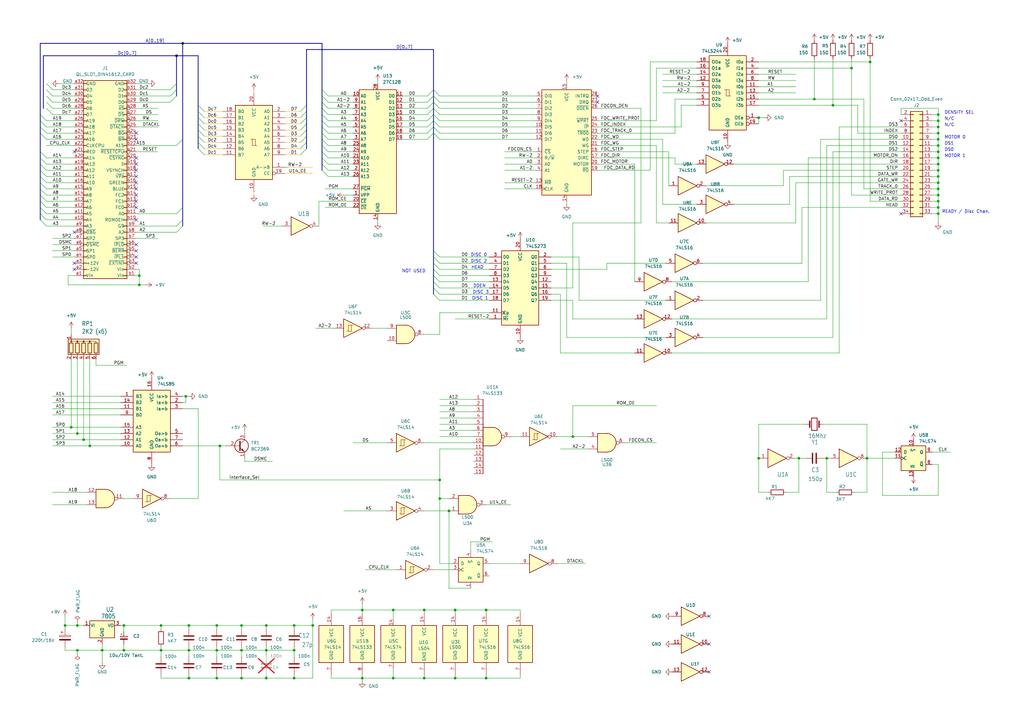
<source format=kicad_sch>
(kicad_sch (version 20250114) (generator "eeschema") (generator_version "9.0")
  (paper "A3")
  (title_block (title "CST Q-Disc Interface Version 4") (date "2023-05-20") (rev "00") (company "Repro by Alvaro Alea Fdz.") (comment 1 "To use with ROM Version 1.18") (comment 2 "Disc Interface for Sinclair QL"))
  (text "XT MODE: 2-3  (Plain Cable , drives DS0, DS1)\nAT MODE: 1-2, 3-4 (Cross Cable, both drives DS1)" (at 384.81 -12.7 0) (effects (font (size 1.27 1.27)) (justify left bottom)))
  (text "NOT USED" (at 164.846 112.014 0) (effects (font (size 1.27 1.27)) (justify left bottom)))
  (text "MOTOR 0 " (at 387.35 57.15 0) (effects (font (size 1.27 1.27)) (justify left bottom)))
  (text "HEAD" (at 193.294 110.49 0) (effects (font (size 1.27 1.27)) (justify left bottom)))
  (text "normal:  1 & 2, 3 & 4, - DS0 is DS0  and DS1 is DS1\ninverse: 1 & 3, 2 & 4  - DS0 is DS1  and DS1 is DS0" (at 358.14 -3.81 0) (effects (font (size 1.27 1.27)) (justify left bottom)))
  (text "DS0\n" (at 387.35 62.23 0) (effects (font (size 1.27 1.27)) (justify left bottom)))
  (text "DS1\n" (at 387.35 59.69 0) (effects (font (size 1.27 1.27)) (justify left bottom)))
  (text "READY / Disc Chan." (at 386.334 87.63 0) (effects (font (size 1.27 1.27)) (justify left bottom)))
  (text "DDEN" (at 194.056 118.11 0) (effects (font (size 1.27 1.27)) (justify left bottom)))
  (text "DISC 3" (at 193.802 120.65 0) (effects (font (size 1.27 1.27)) (justify left bottom)))
  (text "MOTOR 1" (at 387.35 64.77 0) (effects (font (size 1.27 1.27)) (justify left bottom)))
  (text "N/C" (at 387.35 52.07 0) (effects (font (size 1.27 1.27)) (justify left bottom)))
  (text "N/C" (at 387.35 49.53 0) (effects (font (size 1.27 1.27)) (justify left bottom)))
  (text "DISC 2" (at 193.04 107.95 0) (effects (font (size 1.27 1.27)) (justify left bottom)))
  (text "1\n2\n3\n4" (at 393.7 -17.78 0) (effects (font (size 1.778 1.778)) (justify left bottom)))
  (text "DISC 1" (at 193.548 123.19 0) (effects (font (size 1.27 1.27)) (justify left bottom)))
  (text "DENSITY SEL\n" (at 387.35 46.99 0) (effects (font (size 1.27 1.27)) (justify left bottom)))
  (text "DISC 0" (at 193.04 105.41 0) (effects (font (size 1.27 1.27)) (justify left bottom)))
  (junction (at 66.04 256.54))
  (junction (at 148.59 250.19))
  (junction (at 109.22 266.7))
  (junction (at 384.81 69.85))
  (junction (at 234.95 179.07))
  (junction (at 349.25 27.94))
  (junction (at 36.83 182.88))
  (junction (at 384.81 64.77))
  (junction (at 57.15 113.03))
  (junction (at 334.01 40.64))
  (junction (at 31.75 177.8))
  (junction (at 384.81 62.23))
  (junction (at 161.29 250.19))
  (junction (at 384.81 87.63))
  (junction (at 384.81 85.09))
  (junction (at 339.09 187.96))
  (junction (at 384.81 67.31))
  (junction (at 99.06 278.13))
  (junction (at 128.27 256.54))
  (junction (at 384.81 82.55))
  (junction (at 186.69 278.13))
  (junction (at 199.39 250.19))
  (junction (at 88.9 266.7))
  (junction (at 109.22 256.54))
  (junction (at 41.91 266.7))
  (junction (at 311.15 48.26))
  (junction (at 31.75 266.7))
  (junction (at 384.81 52.07))
  (junction (at 384.81 59.69))
  (junction (at 34.29 180.34))
  (junction (at 327.66 187.96))
  (junction (at 173.99 278.13))
  (junction (at 29.21 175.26))
  (junction (at 72.39 22.86))
  (junction (at 384.81 77.47))
  (junction (at 109.22 278.13))
  (junction (at 384.81 72.39))
  (junction (at 384.81 49.53))
  (junction (at 76.2 162.56))
  (junction (at 384.81 80.01))
  (junction (at 180.34 196.85))
  (junction (at 184.15 209.55))
  (junction (at 50.8 256.54))
  (junction (at 384.81 74.93))
  (junction (at 384.81 46.99))
  (junction (at 341.63 43.18))
  (junction (at 26.67 256.54))
  (junction (at 120.65 278.13))
  (junction (at 77.47 266.7))
  (junction (at 355.6 187.96))
  (junction (at 74.93 17.78))
  (junction (at 180.34 204.47))
  (junction (at 186.69 250.19))
  (junction (at 77.47 256.54))
  (junction (at 57.15 116.84))
  (junction (at 31.75 256.54))
  (junction (at 173.99 250.19))
  (junction (at 199.39 278.13))
  (junction (at 148.59 278.13))
  (junction (at 50.8 266.7))
  (junction (at 90.17 182.88))
  (junction (at 120.65 256.54))
  (junction (at 66.04 266.7))
  (junction (at 384.81 54.61))
  (junction (at 161.29 278.13))
  (junction (at 311.15 187.96))
  (junction (at 356.87 25.4))
  (junction (at 77.47 278.13))
  (junction (at 88.9 256.54))
  (junction (at 88.9 278.13))
  (junction (at 99.06 256.54))
  (junction (at 384.81 57.15))
  (junction (at 120.65 266.7))
  (junction (at 99.06 266.7))
  (no_connect (at 30.48 95.25))
  (no_connect (at 55.88 54.61))
  (no_connect (at 55.88 57.15))
  (no_connect (at 55.88 80.01))
  (no_connect (at 55.88 82.55))
  (no_connect (at 55.88 85.09))
  (no_connect (at 55.88 90.17))
  (no_connect (at 55.88 100.33))
  (no_connect (at 55.88 102.87))
  (no_connect (at 55.88 105.41))
  (no_connect (at 55.88 107.95))
  (no_connect (at 30.48 107.95))
  (no_connect (at 30.48 110.49))
  (no_connect (at 55.88 67.31))
  (no_connect (at 245.11 41.91))
  (no_connect (at 290.83 264.16))
  (no_connect (at 55.88 72.39))
  (no_connect (at 245.11 39.37))
  (no_connect (at 290.83 252.73))
  (no_connect (at 369.57 49.53))
  (no_connect (at 392.43 -27.94))
  (no_connect (at 369.57 87.63))
  (no_connect (at 290.83 275.59))
  (no_connect (at 30.48 62.23))
  (no_connect (at 55.88 64.77))
  (no_connect (at 55.88 69.85))
  (no_connect (at 55.88 74.93))
  (no_connect (at 55.88 77.47))
  (bus_entry (at 177.8 44.45) (size -2.54 2.54))
  (bus_entry (at 74.93 92.71) (size -2.54 2.54))
  (bus_entry (at 16.51 77.47) (size 2.54 2.54))
  (bus_entry (at 132.08 49.53) (size 2.54 2.54))
  (bus_entry (at 177.8 105.41) (size 2.54 2.54))
  (bus_entry (at 16.51 72.39) (size 2.54 2.54))
  (bus_entry (at 177.8 49.53) (size 2.54 2.54))
  (bus_entry (at 74.93 90.17) (size -2.54 2.54))
  (bus_entry (at 81.28 50.8) (size 2.54 2.54))
  (bus_entry (at 132.08 57.15) (size 2.54 2.54))
  (bus_entry (at 19.05 39.37) (size 2.54 2.54))
  (bus_entry (at 177.8 118.11) (size 2.54 2.54))
  (bus_entry (at 16.51 87.63) (size 2.54 2.54))
  (bus_entry (at 81.28 55.88) (size 2.54 2.54))
  (bus_entry (at 177.8 36.83) (size -2.54 2.54))
  (bus_entry (at 132.08 39.37) (size 2.54 2.54))
  (bus_entry (at 19.05 41.91) (size 2.54 2.54))
  (bus_entry (at 16.51 85.09) (size 2.54 2.54))
  (bus_entry (at 177.8 102.87) (size 2.54 2.54))
  (bus_entry (at 177.8 44.45) (size 2.54 2.54))
  (bus_entry (at 16.51 90.17) (size 2.54 2.54))
  (bus_entry (at 132.08 67.31) (size 2.54 2.54))
  (bus_entry (at 132.08 44.45) (size 2.54 2.54))
  (bus_entry (at 125.73 55.88) (size -2.54 2.54))
  (bus_entry (at 177.8 39.37) (size 2.54 2.54))
  (bus_entry (at 125.73 48.26) (size -2.54 2.54))
  (bus_entry (at 132.08 46.99) (size 2.54 2.54))
  (bus_entry (at 19.05 36.83) (size 2.54 2.54))
  (bus_entry (at 132.08 36.83) (size 2.54 2.54))
  (bus_entry (at 81.28 60.96) (size 2.54 2.54))
  (bus_entry (at 16.51 64.77) (size 2.54 2.54))
  (bus_entry (at 19.05 44.45) (size 2.54 2.54))
  (bus_entry (at 19.05 34.29) (size 2.54 2.54))
  (bus_entry (at 72.39 34.29) (size -2.54 2.54))
  (bus_entry (at 125.73 50.8) (size -2.54 2.54))
  (bus_entry (at 16.51 46.99) (size 2.54 2.54))
  (bus_entry (at 81.28 48.26) (size 2.54 2.54))
  (bus_entry (at 177.8 113.03) (size 2.54 2.54))
  (bus_entry (at 177.8 49.53) (size -2.54 2.54))
  (bus_entry (at 132.08 52.07) (size 2.54 2.54))
  (bus_entry (at 177.8 39.37) (size -2.54 2.54))
  (bus_entry (at 16.51 82.55) (size 2.54 2.54))
  (bus_entry (at 16.51 62.23) (size 2.54 2.54))
  (bus_entry (at 16.51 74.93) (size 2.54 2.54))
  (bus_entry (at 125.73 60.96) (size -2.54 2.54))
  (bus_entry (at 125.73 58.42) (size -2.54 2.54))
  (bus_entry (at 177.8 36.83) (size 2.54 2.54))
  (bus_entry (at 81.28 53.34) (size 2.54 2.54))
  (bus_entry (at 74.93 85.09) (size -2.54 2.54))
  (bus_entry (at 177.8 46.99) (size -2.54 2.54))
  (bus_entry (at 177.8 54.61) (size 2.54 2.54))
  (bus_entry (at 177.8 54.61) (size -2.54 2.54))
  (bus_entry (at 177.8 115.57) (size 2.54 2.54))
  (bus_entry (at 74.93 57.15) (size -2.54 2.54))
  (bus_entry (at 177.8 107.95) (size 2.54 2.54))
  (bus_entry (at 16.51 69.85) (size 2.54 2.54))
  (bus_entry (at 16.51 67.31) (size 2.54 2.54))
  (bus_entry (at 177.8 41.91) (size -2.54 2.54))
  (bus_entry (at 177.8 52.07) (size 2.54 2.54))
  (bus_entry (at 177.8 120.65) (size 2.54 2.54))
  (bus_entry (at 125.73 43.18) (size -2.54 2.54))
  (bus_entry (at 81.28 58.42) (size 2.54 2.54))
  (bus_entry (at 132.08 69.85) (size 2.54 2.54))
  (bus_entry (at 132.08 62.23) (size 2.54 2.54))
  (bus_entry (at 177.8 46.99) (size 2.54 2.54))
  (bus_entry (at 81.28 45.72) (size 2.54 2.54))
  (bus_entry (at 132.08 54.61) (size 2.54 2.54))
  (bus_entry (at 125.73 53.34) (size -2.54 2.54))
  (bus_entry (at 16.51 52.07) (size 2.54 2.54))
  (bus_entry (at 72.39 39.37) (size -2.54 2.54))
  (bus_entry (at 16.51 80.01) (size 2.54 2.54))
  (bus_entry (at 16.51 54.61) (size 2.54 2.54))
  (bus_entry (at 81.28 43.18) (size 2.54 2.54))
  (bus_entry (at 177.8 41.91) (size 2.54 2.54))
  (bus_entry (at 177.8 52.07) (size -2.54 2.54))
  (bus_entry (at 132.08 64.77) (size 2.54 2.54))
  (bus_entry (at 72.39 36.83) (size -2.54 2.54))
  (bus_entry (at 177.8 110.49) (size 2.54 2.54))
  (bus_entry (at 16.51 49.53) (size 2.54 2.54))
  (bus_entry (at 132.08 59.69) (size 2.54 2.54))
  (bus_entry (at 125.73 45.72) (size -2.54 2.54))
  (bus_entry (at 132.08 41.91) (size 2.54 2.54))
  (wire (pts (xy 199.39 250.19) (xy 199.39 251.46)))
  (wire (pts (xy 66.04 265.43) (xy 66.04 266.7)))
  (bus (pts (xy 17.78 22.86) (xy 17.78 44.45)))
  (wire (pts (xy 328.93 85.09) (xy 328.93 107.95)))
  (bus (pts (xy 177.8 54.61) (xy 177.8 102.87)))
  (wire (pts (xy 271.78 30.48) (xy 285.75 30.48)))
  (wire (pts (xy 289.56 91.44) (xy 326.39 91.44)))
  (wire (pts (xy 271.78 83.82) (xy 285.75 83.82)))
  (wire (pts (xy 289.56 76.2) (xy 321.31 76.2)))
  (bus (pts (xy 81.28 22.86) (xy 72.39 22.86)))
  (wire (pts (xy 349.25 24.13) (xy 349.25 27.94)))
  (wire (pts (xy 69.85 204.47) (xy 81.28 204.47)))
  (bus (pts (xy 132.08 62.23) (xy 132.08 64.77)))
  (wire (pts (xy 123.19 53.34) (xy 116.84 53.34)) (stroke (width 0) (color 255 153 0 1)))
  (bus (pts (xy 125.73 20.32) (xy 177.8 20.32)))
  (wire (pts (xy 91.44 60.96) (xy 83.82 60.96)) (stroke (width 0) (color 255 153 0 1)))
  (wire (pts (xy 180.34 39.37) (xy 219.71 39.37)))
  (wire (pts (xy 180.34 171.45) (xy 194.31 171.45)))
  (wire (pts (xy 382.27 52.07) (xy 384.81 52.07)))
  (bus (pts (xy 16.51 77.47) (xy 16.51 80.01)))
  (wire (pts (xy 36.83 147.32) (xy 36.83 182.88)))
  (wire (pts (xy 384.81 44.45) (xy 384.81 46.99)))
  (bus (pts (xy 72.39 34.29) (xy 72.39 36.83)))
  (wire (pts (xy 88.9 256.54) (xy 88.9 257.81)))
  (wire (pts (xy 34.29 180.34) (xy 49.53 180.34)))
  (wire (pts (xy 140.97 80.01) (xy 144.78 80.01)))
  (wire (pts (xy 55.88 95.25) (xy 72.39 95.25)))
  (wire (pts (xy 336.55 57.15) (xy 369.57 57.15)))
  (wire (pts (xy 77.47 256.54) (xy 77.47 257.81)))
  (wire (pts (xy 201.93 222.25) (xy 193.04 222.25)))
  (wire (pts (xy 31.75 266.7) (xy 41.91 266.7)))
  (wire (pts (xy 74.93 167.64) (xy 81.28 167.64)))
  (wire (pts (xy 165.1 39.37) (xy 175.26 39.37)))
  (wire (pts (xy 120.65 278.13) (xy 109.22 278.13)))
  (wire (pts (xy 19.05 80.01) (xy 30.48 80.01)))
  (wire (pts (xy 260.35 130.81) (xy 234.95 130.81)))
  (wire (pts (xy 207.01 69.85) (xy 219.71 69.85)))
  (wire (pts (xy 180.34 137.16) (xy 173.99 137.16)))
  (wire (pts (xy 384.81 80.01) (xy 384.81 82.55)))
  (bus (pts (xy 16.51 69.85) (xy 16.51 72.39)))
  (wire (pts (xy 382.27 85.09) (xy 384.81 85.09)))
  (wire (pts (xy 55.88 39.37) (xy 69.85 39.37)))
  (wire (pts (xy 276.86 40.64) (xy 285.75 40.64)))
  (wire (pts (xy 328.93 107.95) (xy 288.29 107.95)))
  (wire (pts (xy 134.62 49.53) (xy 144.78 49.53)))
  (wire (pts (xy 276.86 67.31) (xy 276.86 64.77)))
  (wire (pts (xy 50.8 256.54) (xy 66.04 256.54)))
  (bus (pts (xy 132.08 44.45) (xy 132.08 46.99)))
  (wire (pts (xy 173.99 278.13) (xy 186.69 278.13)))
  (wire (pts (xy 128.27 256.54) (xy 128.27 254)))
  (bus (pts (xy 16.51 46.99) (xy 16.51 49.53)))
  (wire (pts (xy 180.34 184.15) (xy 180.34 196.85)))
  (wire (pts (xy 21.59 180.34) (xy 34.29 180.34)))
  (wire (pts (xy 245.11 62.23) (xy 274.32 62.23)))
  (wire (pts (xy 19.05 59.69) (xy 30.48 59.69)))
  (wire (pts (xy 50.8 266.7) (xy 66.04 266.7)))
  (polyline (pts (xy 397.51 -21.59) (xy 398.78 -21.59)))
  (wire (pts (xy 134.62 59.69) (xy 144.78 59.69)))
  (wire (pts (xy 351.79 43.18) (xy 351.79 54.61)))
  (wire (pts (xy 200.66 128.27) (xy 180.34 128.27)))
  (wire (pts (xy 74.93 162.56) (xy 76.2 162.56)))
  (wire (pts (xy 232.41 82.55) (xy 232.41 83.82)))
  (polyline (pts (xy 368.3 -24.13) (xy 368.3 -8.89)))
  (wire (pts (xy 331.47 64.77) (xy 331.47 115.57)))
  (wire (pts (xy 148.59 250.19) (xy 148.59 251.46)))
  (wire (pts (xy 180.34 204.47) (xy 180.34 231.14)))
  (wire (pts (xy 341.63 24.13) (xy 341.63 43.18)))
  (wire (pts (xy 180.34 166.37) (xy 194.31 166.37)))
  (wire (pts (xy 326.39 33.02) (xy 311.15 33.02)))
  (wire (pts (xy 248.92 110.49) (xy 248.92 107.95)))
  (wire (pts (xy 350.52 201.93) (xy 355.6 201.93)))
  (wire (pts (xy 19.05 77.47) (xy 30.48 77.47)))
  (wire (pts (xy 213.36 179.07) (xy 209.55 179.07)))
  (bus (pts (xy 132.08 17.78) (xy 132.08 36.83)))
  (wire (pts (xy 91.44 53.34) (xy 83.82 53.34)) (stroke (width 0) (color 255 153 0 1)))
  (wire (pts (xy 50.8 264.16) (xy 50.8 266.7)))
  (wire (pts (xy 311.15 48.26) (xy 311.15 50.8)))
  (wire (pts (xy 173.99 209.55) (xy 184.15 209.55)))
  (wire (pts (xy 134.62 44.45) (xy 144.78 44.45)))
  (wire (pts (xy 337.82 173.99) (xy 355.6 173.99)))
  (wire (pts (xy 165.1 52.07) (xy 175.26 52.07)))
  (wire (pts (xy 392.43 -25.4) (xy 392.43 -21.59)))
  (wire (pts (xy 245.11 59.69) (xy 269.24 59.69)))
  (wire (pts (xy 328.93 85.09) (xy 369.57 85.09)))
  (wire (pts (xy 285.75 35.56) (xy 271.78 35.56)))
  (wire (pts (xy 88.9 269.24) (xy 88.9 266.7)))
  (wire (pts (xy 21.59 46.99) (xy 30.48 46.99)))
  (wire (pts (xy 234.95 179.07) (xy 234.95 166.37)))
  (wire (pts (xy 226.06 123.19) (xy 234.95 123.19)))
  (wire (pts (xy 134.62 62.23) (xy 144.78 62.23)))
  (wire (pts (xy 21.59 177.8) (xy 31.75 177.8)))
  (wire (pts (xy 180.34 196.85) (xy 180.34 204.47)))
  (wire (pts (xy 331.47 64.77) (xy 369.57 64.77)))
  (wire (pts (xy 31.75 266.7) (xy 31.75 267.97)))
  (wire (pts (xy 344.17 -22.86) (xy 384.81 -22.86)))
  (bus (pts (xy 16.51 62.23) (xy 16.51 64.77)))
  (wire (pts (xy 279.4 43.18) (xy 285.75 43.18)))
  (wire (pts (xy 55.88 92.71) (xy 72.39 92.71)))
  (wire (pts (xy 274.32 76.2) (xy 274.32 62.23)))
  (wire (pts (xy 180.34 54.61) (xy 219.71 54.61)))
  (wire (pts (xy 199.39 278.13) (xy 213.36 278.13)))
  (wire (pts (xy 55.88 46.99) (xy 64.77 46.99)))
  (wire (pts (xy 26.67 256.54) (xy 26.67 257.81)))
  (wire (pts (xy 74.93 165.1) (xy 76.2 165.1)))
  (bus (pts (xy 81.28 50.8) (xy 81.28 53.34)))
  (bus (pts (xy 132.08 57.15) (xy 132.08 59.69)))
  (wire (pts (xy 128.27 71.12) (xy 116.84 71.12)) (stroke (width 0) (color 255 153 0 1)))
  (wire (pts (xy 66.04 266.7) (xy 77.47 266.7)))
  (wire (pts (xy 384.81 72.39) (xy 384.81 69.85)))
  (wire (pts (xy 148.59 247.65) (xy 148.59 250.19)))
  (bus (pts (xy 125.73 48.26) (xy 125.73 50.8)))
  (wire (pts (xy 321.31 69.85) (xy 369.57 69.85)))
  (wire (pts (xy 341.63 43.18) (xy 351.79 43.18)))
  (bus (pts (xy 125.73 43.18) (xy 125.73 45.72)))
  (wire (pts (xy 165.1 41.91) (xy 175.26 41.91)))
  (wire (pts (xy 55.88 41.91) (xy 69.85 41.91)))
  (wire (pts (xy 31.75 147.32) (xy 31.75 177.8)))
  (wire (pts (xy 382.27 67.31) (xy 384.81 67.31)))
  (wire (pts (xy 21.59 36.83) (xy 30.48 36.83)))
  (bus (pts (xy 81.28 43.18) (xy 81.28 45.72)))
  (wire (pts (xy 109.22 265.43) (xy 109.22 266.7)))
  (wire (pts (xy 55.88 87.63) (xy 72.39 87.63)))
  (bus (pts (xy 177.8 41.91) (xy 177.8 44.45)))
  (wire (pts (xy 234.95 118.11) (xy 234.95 91.44)))
  (wire (pts (xy 377.19 -27.94) (xy 377.19 -33.02)))
  (wire (pts (xy 180.34 44.45) (xy 219.71 44.45)))
  (wire (pts (xy 199.39 207.01) (xy 209.55 207.01)))
  (wire (pts (xy 384.81 82.55) (xy 384.81 85.09)))
  (wire (pts (xy 369.57 44.45) (xy 384.81 44.45)))
  (polyline (pts (xy 397.51 -25.4) (xy 398.78 -25.4)))
  (wire (pts (xy 21.59 102.87) (xy 30.48 102.87)))
  (wire (pts (xy 382.27 77.47) (xy 384.81 77.47)))
  (wire (pts (xy 19.05 49.53) (xy 30.48 49.53)))
  (wire (pts (xy 55.88 97.79) (xy 64.77 97.79)))
  (wire (pts (xy 213.36 278.13) (xy 213.36 276.86)))
  (bus (pts (xy 177.8 113.03) (xy 177.8 110.49)))
  (wire (pts (xy 326.39 30.48) (xy 311.15 30.48)))
  (wire (pts (xy 148.59 276.86) (xy 148.59 278.13)))
  (wire (pts (xy 19.05 87.63) (xy 30.48 87.63)))
  (wire (pts (xy 184.15 241.3) (xy 184.15 209.55)))
  (wire (pts (xy 199.39 278.13) (xy 199.39 276.86)))
  (wire (pts (xy 74.93 182.88) (xy 90.17 182.88)))
  (bus (pts (xy 81.28 58.42) (xy 81.28 60.96)))
  (wire (pts (xy 134.62 67.31) (xy 144.78 67.31)))
  (wire (pts (xy 144.78 181.61) (xy 158.75 181.61)))
  (wire (pts (xy 369.57 46.99) (xy 369.57 44.45)))
  (wire (pts (xy 234.95 91.44) (xy 262.89 91.44)))
  (wire (pts (xy 361.95 185.42) (xy 367.03 185.42)))
  (wire (pts (xy 232.41 107.95) (xy 226.06 107.95)))
  (wire (pts (xy 384.81 49.53) (xy 384.81 52.07)))
  (wire (pts (xy 77.47 266.7) (xy 88.9 266.7)))
  (wire (pts (xy 55.88 34.29) (xy 60.96 34.29)))
  (wire (pts (xy 269.24 59.69) (xy 269.24 91.44)))
  (wire (pts (xy 384.81 -22.86) (xy 384.81 -19.05)))
  (wire (pts (xy 321.31 76.2) (xy 321.31 69.85)))
  (wire (pts (xy 245.11 52.07) (xy 279.4 52.07)))
  (bus (pts (xy 177.8 118.11) (xy 177.8 115.57)))
  (wire (pts (xy 180.34 105.41) (xy 200.66 105.41)))
  (wire (pts (xy 180.34 52.07) (xy 219.71 52.07)))
  (wire (pts (xy 34.29 256.54) (xy 31.75 256.54)))
  (wire (pts (xy 354.33 40.64) (xy 354.33 77.47)))
  (bus (pts (xy 74.93 90.17) (xy 74.93 92.71)))
  (wire (pts (xy 245.11 67.31) (xy 260.35 67.31)))
  (wire (pts (xy 21.59 162.56) (xy 49.53 162.56)))
  (wire (pts (xy 186.69 250.19) (xy 199.39 250.19)))
  (wire (pts (xy 31.75 177.8) (xy 49.53 177.8)))
  (wire (pts (xy 57.15 116.84) (xy 59.69 116.84)))
  (wire (pts (xy 336.55 123.19) (xy 336.55 57.15)))
  (wire (pts (xy 29.21 147.32) (xy 29.21 175.26)))
  (wire (pts (xy 66.04 266.7) (xy 66.04 269.24)))
  (wire (pts (xy 31.75 255.27) (xy 31.75 256.54)))
  (wire (pts (xy 19.05 64.77) (xy 30.48 64.77)))
  (wire (pts (xy 134.62 41.91) (xy 144.78 41.91)))
  (wire (pts (xy 118.11 68.58) (xy 116.84 68.58)))
  (wire (pts (xy 165.1 49.53) (xy 175.26 49.53)))
  (wire (pts (xy 269.24 27.94) (xy 269.24 49.53)))
  (wire (pts (xy 358.14 -35.56) (xy 358.14 -27.94)))
  (wire (pts (xy 180.34 49.53) (xy 219.71 49.53)))
  (wire (pts (xy 107.95 92.71) (xy 115.57 92.71)))
  (wire (pts (xy 186.69 278.13) (xy 186.69 276.86)))
  (bus (pts (xy 177.8 39.37) (xy 177.8 41.91)))
  (wire (pts (xy 245.11 57.15) (xy 271.78 57.15)))
  (wire (pts (xy 91.44 45.72) (xy 83.82 45.72)) (stroke (width 0) (color 255 153 0 1)))
  (wire (pts (xy 161.29 278.13) (xy 173.99 278.13)))
  (wire (pts (xy 99.06 265.43) (xy 99.06 266.7)))
  (wire (pts (xy 165.1 44.45) (xy 175.26 44.45)))
  (wire (pts (xy 21.59 167.64) (xy 49.53 167.64)))
  (wire (pts (xy 323.85 72.39) (xy 369.57 72.39)))
  (wire (pts (xy 55.88 113.03) (xy 57.15 113.03)))
  (wire (pts (xy 123.19 45.72) (xy 116.84 45.72)) (stroke (width 0) (color 255 153 0 1)))
  (wire (pts (xy 382.27 54.61) (xy 384.81 54.61)))
  (bus (pts (xy 132.08 67.31) (xy 132.08 69.85)))
  (wire (pts (xy 100.33 187.96) (xy 100.33 189.23)))
  (wire (pts (xy 100.33 189.23) (xy 111.76 189.23)))
  (wire (pts (xy 384.81 87.63) (xy 384.81 85.09)))
  (wire (pts (xy 180.34 120.65) (xy 200.66 120.65)))
  (wire (pts (xy 55.88 44.45) (xy 64.77 44.45)))
  (wire (pts (xy 123.19 63.5) (xy 116.84 63.5)) (stroke (width 0) (color 255 153 0 1)))
  (wire (pts (xy 311.15 27.94) (xy 349.25 27.94)))
  (wire (pts (xy 186.69 278.13) (xy 199.39 278.13)))
  (wire (pts (xy 344.17 -33.02) (xy 377.19 -33.02)))
  (wire (pts (xy 130.81 82.55) (xy 144.78 82.55)))
  (bus (pts (xy 74.93 85.09) (xy 74.93 90.17)))
  (wire (pts (xy 99.06 278.13) (xy 99.06 276.86)))
  (wire (pts (xy 180.34 179.07) (xy 194.31 179.07)))
  (wire (pts (xy 226.06 120.65) (xy 229.87 120.65)))
  (polyline (pts (xy 367.03 -24.13) (xy 369.57 -24.13)))
  (wire (pts (xy 134.62 64.77) (xy 144.78 64.77)))
  (wire (pts (xy 161.29 250.19) (xy 173.99 250.19)))
  (wire (pts (xy 26.67 265.43) (xy 26.67 266.7)))
  (wire (pts (xy 66.04 256.54) (xy 77.47 256.54)))
  (bus (pts (xy 132.08 41.91) (xy 132.08 44.45)))
  (wire (pts (xy 50.8 256.54) (xy 50.8 259.08)))
  (wire (pts (xy 81.28 204.47) (xy 81.28 167.64)))
  (wire (pts (xy 21.59 41.91) (xy 30.48 41.91)))
  (wire (pts (xy 285.75 25.4) (xy 266.7 25.4)))
  (wire (pts (xy 200.66 130.81) (xy 186.69 130.81)))
  (wire (pts (xy 55.88 62.23) (xy 64.77 62.23)))
  (wire (pts (xy 134.62 46.99) (xy 144.78 46.99)))
  (wire (pts (xy 262.89 91.44) (xy 262.89 44.45)))
  (bus (pts (xy 16.51 49.53) (xy 16.51 52.07)))
  (wire (pts (xy 339.09 187.96) (xy 340.36 187.96)))
  (wire (pts (xy 152.4 134.62) (xy 158.75 134.62)))
  (wire (pts (xy 154.94 90.17) (xy 154.94 91.44)))
  (wire (pts (xy 365.76 -25.4) (xy 365.76 -27.94)))
  (wire (pts (xy 355.6 201.93) (xy 355.6 187.96)))
  (wire (pts (xy 207.01 74.93) (xy 219.71 74.93)))
  (wire (pts (xy 128.27 256.54) (xy 128.27 278.13)))
  (wire (pts (xy 41.91 266.7) (xy 41.91 271.78)))
  (bus (pts (xy 81.28 53.34) (xy 81.28 55.88)))
  (polyline (pts (xy 367.03 -24.13) (xy 368.3 -25.4)))
  (wire (pts (xy 356.87 25.4) (xy 356.87 82.55)))
  (wire (pts (xy 266.7 25.4) (xy 266.7 69.85)))
  (wire (pts (xy 19.05 72.39) (xy 30.48 72.39)))
  (wire (pts (xy 19.05 92.71) (xy 30.48 92.71)))
  (wire (pts (xy 109.22 269.24) (xy 109.22 266.7)))
  (bus (pts (xy 177.8 107.95) (xy 177.8 105.41)))
  (wire (pts (xy 90.17 182.88) (xy 90.17 196.85)))
  (wire (pts (xy 148.59 278.13) (xy 148.59 279.4)))
  (wire (pts (xy 392.43 -19.05) (xy 384.81 -19.05)))
  (bus (pts (xy 81.28 55.88) (xy 81.28 58.42)))
  (bus (pts (xy 125.73 45.72) (xy 125.73 48.26)))
  (wire (pts (xy 123.19 58.42) (xy 116.84 58.42)) (stroke (width 0) (color 255 153 0 1)))
  (wire (pts (xy 186.69 250.19) (xy 186.69 251.46)))
  (wire (pts (xy 120.65 269.24) (xy 120.65 266.7)))
  (wire (pts (xy 330.2 173.99) (xy 311.15 173.99)))
  (bus (pts (xy 177.8 46.99) (xy 177.8 49.53)))
  (bus (pts (xy 132.08 59.69) (xy 132.08 62.23)))
  (polyline (pts (xy 368.3 -25.4) (xy 369.57 -24.13)))
  (wire (pts (xy 334.01 40.64) (xy 354.33 40.64)))
  (wire (pts (xy 180.34 168.91) (xy 194.31 168.91)))
  (wire (pts (xy 134.62 52.07) (xy 144.78 52.07)))
  (wire (pts (xy 54.61 204.47) (xy 50.8 204.47)))
  (wire (pts (xy 288.29 138.43) (xy 341.63 138.43)))
  (bus (pts (xy 81.28 45.72) (xy 81.28 48.26)))
  (wire (pts (xy 229.87 120.65) (xy 229.87 144.78)))
  (bus (pts (xy 72.39 22.86) (xy 17.78 22.86)))
  (wire (pts (xy 279.4 52.07) (xy 279.4 43.18)))
  (wire (pts (xy 194.31 184.15) (xy 180.34 184.15)))
  (wire (pts (xy 90.17 196.85) (xy 180.34 196.85)))
  (wire (pts (xy 207.01 77.47) (xy 219.71 77.47)))
  (wire (pts (xy 49.53 256.54) (xy 50.8 256.54)))
  (wire (pts (xy 276.86 67.31) (xy 285.75 67.31)))
  (wire (pts (xy 354.33 77.47) (xy 369.57 77.47)))
  (bus (pts (xy 132.08 46.99) (xy 132.08 49.53)))
  (bus (pts (xy 177.8 36.83) (xy 177.8 39.37)))
  (wire (pts (xy 19.05 69.85) (xy 30.48 69.85)))
  (wire (pts (xy 55.88 59.69) (xy 72.39 59.69)))
  (wire (pts (xy 384.81 74.93) (xy 384.81 72.39)))
  (wire (pts (xy 149.86 233.68) (xy 162.56 233.68)))
  (wire (pts (xy 76.2 162.56) (xy 77.47 162.56)))
  (bus (pts (xy 125.73 50.8) (xy 125.73 53.34)))
  (wire (pts (xy 77.47 278.13) (xy 77.47 276.86)))
  (wire (pts (xy 326.39 187.96) (xy 327.66 187.96)))
  (wire (pts (xy 245.11 44.45) (xy 262.89 44.45)))
  (wire (pts (xy 276.86 54.61) (xy 276.86 40.64)))
  (wire (pts (xy 19.05 54.61) (xy 30.48 54.61)))
  (bus (pts (xy 16.51 80.01) (xy 16.51 82.55)))
  (wire (pts (xy 311.15 40.64) (xy 334.01 40.64)))
  (wire (pts (xy 27.94 113.03) (xy 27.94 116.84)))
  (wire (pts (xy 27.94 116.84) (xy 57.15 116.84)))
  (wire (pts (xy 30.48 113.03) (xy 27.94 113.03)))
  (wire (pts (xy 57.15 110.49) (xy 55.88 110.49)))
  (wire (pts (xy 57.15 113.03) (xy 57.15 110.49)))
  (wire (pts (xy 57.15 116.84) (xy 57.15 113.03)))
  (wire (pts (xy 269.24 91.44) (xy 274.32 91.44)))
  (wire (pts (xy 382.27 87.63) (xy 384.81 87.63)))
  (wire (pts (xy 260.35 67.31) (xy 260.35 115.57)))
  (wire (pts (xy 382.27 72.39) (xy 384.81 72.39)))
  (wire (pts (xy 326.39 74.93) (xy 369.57 74.93)))
  (wire (pts (xy 207.01 62.23) (xy 219.71 62.23)))
  (wire (pts (xy 148.59 250.19) (xy 135.89 250.19)))
  (wire (pts (xy 180.34 176.53) (xy 194.31 176.53)))
  (wire (pts (xy 109.22 266.7) (xy 120.65 266.7)))
  (wire (pts (xy 77.47 265.43) (xy 77.47 266.7)))
  (wire (pts (xy 91.44 58.42) (xy 83.82 58.42)) (stroke (width 0) (color 255 153 0 1)))
  (wire (pts (xy 384.81 52.07) (xy 384.81 54.61)))
  (wire (pts (xy 199.39 250.19) (xy 213.36 250.19)))
  (wire (pts (xy 134.62 54.61) (xy 144.78 54.61)))
  (wire (pts (xy 234.95 130.81) (xy 234.95 123.19)))
  (wire (pts (xy 311.15 48.26) (xy 313.69 48.26)))
  (wire (pts (xy 19.05 67.31) (xy 30.48 67.31)))
  (polyline (pts (xy 367.03 -24.13) (xy 369.57 -24.13)))
  (wire (pts (xy 100.33 176.53) (xy 100.33 177.8)))
  (wire (pts (xy 275.59 130.81) (xy 339.09 130.81)))
  (wire (pts (xy 344.17 52.07) (xy 344.17 144.78)))
  (wire (pts (xy 344.17 -60.96) (xy 344.17 -33.02)))
  (wire (pts (xy 91.44 48.26) (xy 83.82 48.26)) (stroke (width 0) (color 255 153 0 1)))
  (wire (pts (xy 134.62 39.37) (xy 144.78 39.37)))
  (wire (pts (xy 21.59 165.1) (xy 49.53 165.1)))
  (wire (pts (xy 29.21 175.26) (xy 49.53 175.26)))
  (wire (pts (xy 382.27 185.42) (xy 389.89 185.42)))
  (wire (pts (xy 245.11 49.53) (xy 269.24 49.53)))
  (wire (pts (xy 180.34 163.83) (xy 194.31 163.83)))
  (wire (pts (xy 384.81 46.99) (xy 384.81 49.53)))
  (wire (pts (xy 384.81 54.61) (xy 384.81 57.15)))
  (bus (pts (xy 16.51 54.61) (xy 16.51 62.23)))
  (wire (pts (xy 337.82 187.96) (xy 339.09 187.96)))
  (wire (pts (xy 382.27 64.77) (xy 384.81 64.77)))
  (wire (pts (xy 135.89 250.19) (xy 135.89 251.46)))
  (wire (pts (xy 77.47 269.24) (xy 77.47 266.7)))
  (bus (pts (xy 72.39 36.83) (xy 72.39 39.37)))
  (bus (pts (xy 16.51 64.77) (xy 16.51 67.31)))
  (wire (pts (xy 193.04 241.3) (xy 184.15 241.3)))
  (wire (pts (xy 248.92 107.95) (xy 273.05 107.95)))
  (wire (pts (xy 88.9 278.13) (xy 77.47 278.13)))
  (wire (pts (xy 226.06 105.41) (xy 237.49 105.41)))
  (wire (pts (xy 35.56 207.01) (xy 21.59 207.01)))
  (bus (pts (xy 177.8 110.49) (xy 177.8 107.95)))
  (wire (pts (xy 271.78 83.82) (xy 271.78 57.15)))
  (wire (pts (xy 88.9 266.7) (xy 99.06 266.7)))
  (wire (pts (xy 128.27 256.54) (xy 120.65 256.54)))
  (wire (pts (xy 194.31 181.61) (xy 173.99 181.61)))
  (wire (pts (xy 327.66 201.93) (xy 327.66 187.96)))
  (wire (pts (xy 91.44 50.8) (xy 83.82 50.8)) (stroke (width 0) (color 255 153 0 1)))
  (wire (pts (xy 104.14 78.74) (xy 104.14 80.01)) (stroke (width 0) (color 255 153 0 1)))
  (wire (pts (xy 180.34 110.49) (xy 200.66 110.49)))
  (wire (pts (xy 180.34 231.14) (xy 185.42 231.14)))
  (wire (pts (xy 21.59 105.41) (xy 30.48 105.41)))
  (bus (pts (xy 125.73 55.88) (xy 125.73 58.42)))
  (wire (pts (xy 382.27 74.93) (xy 384.81 74.93)))
  (bus (pts (xy 16.51 52.07) (xy 16.51 54.61)))
  (wire (pts (xy 55.88 49.53) (xy 64.77 49.53)))
  (wire (pts (xy 134.62 69.85) (xy 144.78 69.85)))
  (bus (pts (xy 177.8 120.65) (xy 177.8 118.11)))
  (wire (pts (xy 134.62 72.39) (xy 144.78 72.39)))
  (wire (pts (xy 120.65 256.54) (xy 109.22 256.54)))
  (wire (pts (xy 180.34 107.95) (xy 200.66 107.95)))
  (wire (pts (xy 109.22 278.13) (xy 109.22 276.86)))
  (wire (pts (xy 130.81 82.55) (xy 130.81 92.71)))
  (bus (pts (xy 16.51 67.31) (xy 16.51 69.85)))
  (wire (pts (xy 228.6 231.14) (xy 240.03 231.14)))
  (bus (pts (xy 81.28 48.26) (xy 81.28 50.8)))
  (wire (pts (xy 19.05 82.55) (xy 30.48 82.55)))
  (wire (pts (xy 327.66 187.96) (xy 330.2 187.96)))
  (wire (pts (xy 88.9 265.43) (xy 88.9 266.7)))
  (wire (pts (xy 21.59 100.33) (xy 30.48 100.33)))
  (wire (pts (xy 41.91 266.7) (xy 50.8 266.7)))
  (wire (pts (xy 237.49 105.41) (xy 237.49 123.19)))
  (wire (pts (xy 311.15 25.4) (xy 356.87 25.4)))
  (wire (pts (xy 26.67 252.73) (xy 26.67 256.54)))
  (wire (pts (xy 384.81 77.47) (xy 384.81 80.01)))
  (wire (pts (xy 91.44 55.88) (xy 83.82 55.88)) (stroke (width 0) (color 255 153 0 1)))
  (wire (pts (xy 349.25 80.01) (xy 369.57 80.01)))
  (wire (pts (xy 88.9 278.13) (xy 88.9 276.86)))
  (wire (pts (xy 123.19 55.88) (xy 116.84 55.88)) (stroke (width 0) (color 255 153 0 1)))
  (wire (pts (xy 158.75 209.55) (xy 140.97 209.55)))
  (wire (pts (xy 19.05 85.09) (xy 30.48 85.09)))
  (wire (pts (xy 99.06 256.54) (xy 109.22 256.54)))
  (wire (pts (xy 382.27 59.69) (xy 384.81 59.69)))
  (wire (pts (xy 120.65 266.7) (xy 120.65 265.43)))
  (wire (pts (xy 200.66 231.14) (xy 213.36 231.14)))
  (wire (pts (xy 34.29 147.32) (xy 34.29 180.34)))
  (wire (pts (xy 341.63 62.23) (xy 341.63 138.43)))
  (wire (pts (xy 341.63 62.23) (xy 369.57 62.23)))
  (wire (pts (xy 161.29 274.32) (xy 161.29 278.13)))
  (wire (pts (xy 173.99 250.19) (xy 186.69 250.19)))
  (wire (pts (xy 384.81 67.31) (xy 384.81 64.77)))
  (wire (pts (xy 99.06 266.7) (xy 109.22 266.7)))
  (wire (pts (xy 382.27 62.23) (xy 384.81 62.23)))
  (wire (pts (xy 173.99 250.19) (xy 173.99 251.46)))
  (bus (pts (xy 74.93 17.78) (xy 132.08 17.78)))
  (wire (pts (xy 311.15 201.93) (xy 314.96 201.93)))
  (wire (pts (xy 339.09 201.93) (xy 339.09 187.96)))
  (wire (pts (xy 384.81 64.77) (xy 384.81 62.23)))
  (wire (pts (xy 21.59 182.88) (xy 36.83 182.88)))
  (bus (pts (xy 177.8 52.07) (xy 177.8 54.61)))
  (wire (pts (xy 384.81 87.63) (xy 384.81 91.44)))
  (wire (pts (xy 382.27 80.01) (xy 384.81 80.01)))
  (wire (pts (xy 123.19 50.8) (xy 116.84 50.8)) (stroke (width 0) (color 255 153 0 1)))
  (bus (pts (xy 16.51 87.63) (xy 16.51 90.17)))
  (wire (pts (xy 237.49 123.19) (xy 273.05 123.19)))
  (wire (pts (xy 165.1 54.61) (xy 175.26 54.61)))
  (wire (pts (xy 99.06 269.24) (xy 99.06 266.7)))
  (bus (pts (xy 177.8 105.41) (xy 177.8 102.87)))
  (wire (pts (xy 180.34 57.15) (xy 219.71 57.15)))
  (wire (pts (xy 24.13 34.29) (xy 30.48 34.29)))
  (bus (pts (xy 132.08 54.61) (xy 132.08 57.15)))
  (bus (pts (xy 177.8 49.53) (xy 177.8 52.07)))
  (wire (pts (xy 228.6 179.07) (xy 234.95 179.07)))
  (wire (pts (xy 161.29 250.19) (xy 148.59 250.19)))
  (wire (pts (xy 19.05 74.93) (xy 30.48 74.93)))
  (bus (pts (xy 132.08 36.83) (xy 132.08 39.37)))
  (wire (pts (xy 165.1 46.99) (xy 175.26 46.99)))
  (wire (pts (xy 300.99 83.82) (xy 323.85 83.82)))
  (bus (pts (xy 177.8 20.32) (xy 177.8 36.83)))
  (wire (pts (xy 21.59 39.37) (xy 30.48 39.37)))
  (wire (pts (xy 207.01 64.77) (xy 219.71 64.77)))
  (wire (pts (xy 311.15 173.99) (xy 311.15 187.96)))
  (wire (pts (xy 377.19 -27.94) (xy 369.57 -27.94)))
  (wire (pts (xy 300.99 67.31) (xy 369.57 67.31)))
  (wire (pts (xy 133.35 85.09) (xy 144.78 85.09)))
  (bus (pts (xy 132.08 64.77) (xy 132.08 67.31)))
  (wire (pts (xy 99.06 256.54) (xy 88.9 256.54)))
  (bus (pts (xy 177.8 115.57) (xy 177.8 113.03)))
  (wire (pts (xy 148.59 278.13) (xy 135.89 278.13)))
  (wire (pts (xy 109.22 256.54) (xy 109.22 257.81)))
  (wire (pts (xy 349.25 27.94) (xy 349.25 80.01)))
  (wire (pts (xy 339.09 59.69) (xy 369.57 59.69)))
  (wire (pts (xy 88.9 256.54) (xy 77.47 256.54)))
  (bus (pts (xy 16.51 72.39) (xy 16.51 74.93)))
  (wire (pts (xy 358.14 -35.56) (xy 384.81 -35.56)))
  (wire (pts (xy 382.27 57.15) (xy 384.81 57.15)))
  (wire (pts (xy 226.06 118.11) (xy 234.95 118.11)))
  (wire (pts (xy 331.47 115.57) (xy 275.59 115.57)))
  (wire (pts (xy 356.87 82.55) (xy 369.57 82.55)))
  (wire (pts (xy 207.01 67.31) (xy 219.71 67.31)))
  (wire (pts (xy 134.62 57.15) (xy 144.78 57.15)))
  (wire (pts (xy 369.57 -25.4) (xy 392.43 -25.4)))
  (wire (pts (xy 21.59 97.79) (xy 30.48 97.79)))
  (wire (pts (xy 173.99 276.86) (xy 173.99 278.13)))
  (bus (pts (xy 72.39 22.86) (xy 72.39 34.29)))
  (wire (pts (xy 104.14 36.83) (xy 104.14 38.1)) (stroke (width 0) (color 255 153 0 1)))
  (wire (pts (xy 99.06 256.54) (xy 99.06 257.81)))
  (wire (pts (xy 271.78 33.02) (xy 285.75 33.02)))
  (wire (pts (xy 39.37 149.86) (xy 52.07 149.86)))
  (wire (pts (xy 154.94 33.02) (xy 154.94 34.29)))
  (bus (pts (xy 16.51 82.55) (xy 16.51 85.09)))
  (wire (pts (xy 177.8 233.68) (xy 185.42 233.68)))
  (wire (pts (xy 148.59 278.13) (xy 161.29 278.13)))
  (wire (pts (xy 129.54 134.62) (xy 137.16 134.62)))
  (wire (pts (xy 26.67 256.54) (xy 31.75 256.54)))
  (wire (pts (xy 384.81 77.47) (xy 384.81 74.93)))
  (wire (pts (xy 120.65 276.86) (xy 120.65 278.13)))
  (bus (pts (xy 16.51 85.09) (xy 16.51 87.63)))
  (wire (pts (xy 234.95 179.07) (xy 241.3 179.07)))
  (bus (pts (xy 81.28 22.86) (xy 81.28 43.18)))
  (wire (pts (xy 76.2 165.1) (xy 76.2 162.56)))
  (bus (pts (xy 125.73 20.32) (xy 125.73 43.18)))
  (wire (pts (xy 273.05 138.43) (xy 232.41 138.43)))
  (wire (pts (xy 275.59 144.78) (xy 344.17 144.78)))
  (wire (pts (xy 334.01 40.64) (xy 334.01 24.13)))
  (wire (pts (xy 382.27 49.53) (xy 384.81 49.53)))
  (wire (pts (xy 66.04 278.13) (xy 66.04 276.86)))
  (wire (pts (xy 339.09 130.81) (xy 339.09 59.69)))
  (wire (pts (xy 326.39 35.56) (xy 311.15 35.56)))
  (wire (pts (xy 180.34 123.19) (xy 200.66 123.19)))
  (wire (pts (xy 384.81 69.85) (xy 384.81 67.31)))
  (wire (pts (xy 234.95 166.37) (xy 269.24 166.37)))
  (wire (pts (xy 361.95 203.2) (xy 361.95 185.42)))
  (wire (pts (xy 326.39 74.93) (xy 326.39 91.44)))
  (wire (pts (xy 355.6 187.96) (xy 367.03 187.96)))
  (wire (pts (xy 19.05 52.07) (xy 30.48 52.07)))
  (bus (pts (xy 16.51 17.78) (xy 16.51 46.99)))
  (bus (pts (xy 16.51 17.78) (xy 74.93 17.78)))
  (bus (pts (xy 74.93 17.78) (xy 74.93 57.15)))
  (wire (pts (xy 26.67 266.7) (xy 31.75 266.7)))
  (wire (pts (xy 36.83 182.88) (xy 49.53 182.88)))
  (wire (pts (xy 128.27 278.13) (xy 120.65 278.13)))
  (bus (pts (xy 125.73 58.42) (xy 125.73 60.96)))
  (wire (pts (xy 384.81 59.69) (xy 384.81 62.23)))
  (polyline (pts (xy 398.78 -25.4) (xy 398.78 -21.59)))
  (wire (pts (xy 369.57 -27.94) (xy 369.57 -25.4)))
  (wire (pts (xy 123.19 48.26) (xy 116.84 48.26)) (stroke (width 0) (color 255 153 0 1)))
  (wire (pts (xy 193.04 222.25) (xy 193.04 226.06)))
  (wire (pts (xy 351.79 54.61) (xy 369.57 54.61)))
  (wire (pts (xy 144.78 77.47) (xy 133.35 77.47)))
  (wire (pts (xy 326.39 38.1) (xy 311.15 38.1)))
  (wire (pts (xy 135.89 278.13) (xy 135.89 276.86)))
  (wire (pts (xy 165.1 57.15) (xy 175.26 57.15)))
  (wire (pts (xy 21.59 175.26) (xy 29.21 175.26)))
  (wire (pts (xy 41.91 264.16) (xy 41.91 266.7)))
  (wire (pts (xy 66.04 256.54) (xy 66.04 257.81)))
  (wire (pts (xy 99.06 278.13) (xy 88.9 278.13)))
  (wire (pts (xy 35.56 201.93) (xy 21.59 201.93)))
  (wire (pts (xy 90.17 182.88) (xy 92.71 182.88)))
  (wire (pts (xy 356.87 24.13) (xy 356.87 25.4)))
  (wire (pts (xy 358.14 -27.94) (xy 365.76 -27.94)))
  (wire (pts (xy 77.47 278.13) (xy 66.04 278.13)))
  (wire (pts (xy 29.21 137.16) (xy 29.21 134.62)))
  (bus (pts (xy 177.8 44.45) (xy 177.8 46.99)))
  (wire (pts (xy 344.17 52.07) (xy 369.57 52.07)))
  (bus (pts (xy 16.51 74.93) (xy 16.51 77.47)))
  (wire (pts (xy 123.19 60.96) (xy 116.84 60.96)) (stroke (width 0) (color 255 153 0 1)))
  (wire (pts (xy 161.29 254) (xy 161.29 250.19)))
  (wire (pts (xy 382.27 82.55) (xy 384.81 82.55)))
  (wire (pts (xy 269.24 27.94) (xy 285.75 27.94)))
  (wire (pts (xy 384.81 57.15) (xy 384.81 59.69)))
  (wire (pts (xy 21.59 170.18) (xy 49.53 170.18)))
  (wire (pts (xy 229.87 184.15) (xy 241.3 184.15)))
  (wire (pts (xy 387.35 -21.59) (xy 392.43 -21.59)))
  (bus (pts (xy 132.08 49.53) (xy 132.08 52.07)))
  (wire (pts (xy 180.34 41.91) (xy 219.71 41.91)))
  (wire (pts (xy 382.27 190.5) (xy 384.81 190.5)))
  (wire (pts (xy 384.81 190.5) (xy 384.81 203.2)))
  (wire (pts (xy 180.34 113.03) (xy 200.66 113.03)))
  (wire (pts (xy 311.15 187.96) (xy 311.15 201.93)))
  (wire (pts (xy 232.41 107.95) (xy 232.41 138.43)))
  (bus (pts (xy 132.08 52.07) (xy 132.08 54.61)))
  (wire (pts (xy 120.65 256.54) (xy 120.65 257.81)))
  (bus (pts (xy 125.73 53.34) (xy 125.73 55.88)))
  (wire (pts (xy 288.29 123.19) (xy 336.55 123.19)))
  (wire (pts (xy 323.85 83.82) (xy 323.85 72.39)))
  (bus (pts (xy 132.08 39.37) (xy 132.08 41.91)))
  (wire (pts (xy 355.6 173.99) (xy 355.6 187.96)))
  (wire (pts (xy 245.11 69.85) (xy 266.7 69.85)))
  (wire (pts (xy 389.89 -27.94) (xy 392.43 -27.94)))
  (wire (pts (xy 226.06 110.49) (xy 248.92 110.49)))
  (wire (pts (xy 180.34 173.99) (xy 194.31 173.99)))
  (wire (pts (xy 322.58 201.93) (xy 327.66 201.93)))
  (wire (pts (xy 344.17 -25.4) (xy 365.76 -25.4)))
  (wire (pts (xy 39.37 149.86) (xy 39.37 147.32)))
  (wire (pts (xy 128.27 68.58) (xy 118.11 68.58)) (stroke (width 0) (color 255 153 0 1)))
  (wire (pts (xy 180.34 115.57) (xy 200.66 115.57)))
  (wire (pts (xy 19.05 90.17) (xy 30.48 90.17)))
  (wire (pts (xy 384.81 203.2) (xy 361.95 203.2)))
  (wire (pts (xy 382.27 69.85) (xy 384.81 69.85)))
  (wire (pts (xy 180.34 128.27) (xy 180.34 137.16)))
  (wire (pts (xy 180.34 204.47) (xy 184.15 204.47)))
  (wire (pts (xy 354.33 187.96) (xy 355.6 187.96)))
  (wire (pts (xy 245.11 64.77) (xy 276.86 64.77)))
  (wire (pts (xy 19.05 57.15) (xy 30.48 57.15)))
  (wire (pts (xy 91.44 63.5) (xy 83.82 63.5)) (stroke (width 0) (color 255 153 0 1)))
  (wire (pts (xy 213.36 250.19) (xy 213.36 251.46)))
  (wire (pts (xy 232.41 33.02) (xy 232.41 34.29)))
  (wire (pts (xy 245.11 54.61) (xy 276.86 54.61)))
  (wire (pts (xy 55.88 36.83) (xy 69.85 36.83)))
  (wire (pts (xy 256.54 181.61) (xy 269.24 181.61)))
  (bus (pts (xy 74.93 57.15) (xy 74.93 85.09)))
  (wire (pts (xy 55.88 52.07) (xy 64.77 52.07)))
  (wire (pts (xy 285.75 38.1) (xy 271.78 38.1)))
  (wire (pts (xy 311.15 43.18) (xy 341.63 43.18)))
  (wire (pts (xy 99.06 278.13) (xy 109.22 278.13)))
  (wire (pts (xy 180.34 118.11) (xy 200.66 118.11)))
  (wire (pts (xy 342.9 201.93) (xy 339.09 201.93)))
  (wire (pts (xy 229.87 144.78) (xy 260.35 144.78)))
  (wire (pts (xy 21.59 44.45) (xy 30.48 44.45)))
  (wire (pts (xy 382.27 46.99) (xy 384.81 46.99)))
  (wire (pts (xy 180.34 46.99) (xy 219.71 46.99)))
  (label "D4" (at 205.74 49.53 0))
  (label "DIR" (at 368.3 67.31 180))
  (label "A1-2" (at 143.51 41.91 180))
  (label "A11" (at 184.15 173.99 0))
  (label "RW-2" (at 218.44 64.77 180))
  (label "Dc6" (at 25.4 44.45 0))
  (label "D3" (at 121.92 55.88 180))
  (label "A5" (at 21.59 87.63 0))
  (label "A13" (at 184.15 166.37 0))
  (label "FDCON_DEN" (at 246.38 44.45 0))
  (label "D1" (at 189.23 123.19 0))
  (label "D7" (at 189.23 115.57 0))
  (label "D4" (at 167.64 49.53 0))
  (label "A0" (at 139.7 39.37 0))
  (label "RW" (at 58.42 49.53 0))
  (label "DTACKL" (at 58.42 52.07 0))
  (label "PGM" (at 196.85 222.25 0))
  (label "A1-2" (at 218.44 69.85 180))
  (label "FDC_DATA_RD" (at 247.65 69.85 0))
  (label "A2-2" (at 135.89 134.62 180))
  (label "MOTOR_ON" (at 381 -22.86 180))
  (label "A16" (at 22.86 167.64 0))
  (label "INDEX" (at 368.3 54.61 180))
  (label "DSMC" (at 24.13 100.33 0))
  (label "Dc4" (at 25.4 39.37 0))
  (label "D6" (at 167.64 54.61 0))
  (label "U14_CE" (at 200.66 207.01 0))
  (label "Dc5" (at 88.9 53.34 180))
  (label "A3" (at 21.59 92.71 0))
  (label "A1-2" (at 283.21 35.56 180))
  (label "A15" (at 55.88 59.69 0))
  (label "DS3" (at 368.3 52.07 180))
  (label "A14" (at 21.59 64.77 0))
  (label "MOTOR_ON" (at 368.3 64.77 180))
  (label "A16" (at 21.59 57.15 0))
  (label "interface_Sel" (at 93.98 196.85 0))
  (label "A2-2" (at 282.956 38.1 180))
  (label "D0" (at 121.92 50.8 180))
  (label "DS1" (at 368.3 59.69 180))
  (label "Dc1" (at 88.9 63.5 180))
  (label "A4" (at 139.7 49.53 0))
  (label "D[0..7]" (at 162.56 20.32 0))
  (label "AS" (at 58.42 44.45 0))
  (label "Dc2" (at 88.9 58.42 180))
  (label "Dc0" (at 88.9 50.8 180))
  (label "D6" (at 189.23 113.03 0))
  (label "D5" (at 205.74 52.07 0))
  (label "A14" (at 22.86 162.56 0))
  (label "A2" (at 314.96 38.1 0))
  (label "D0" (at 167.64 39.37 0))
  (label "D7" (at 121.92 45.72 180))
  (label "U14_CE" (at 125.73 71.12 180))
  (label "RW" (at 314.96 33.02 0))
  (label "Dc1" (at 57.15 39.37 0))
  (label "GATE_WR" (at 368.3 74.93 180))
  (label "A15" (at 22.86 165.1 0))
  (label "A1" (at 57.15 92.71 0))
  (label "D3" (at 167.64 46.99 0))
  (label "A18" (at 21.59 52.07 0))
  (label "RESET-2" (at 218.44 74.93 180))
  (label "A6" (at 21.59 85.09 0))
  (label "FDC_MOTOR" (at 246.38 67.31 0))
  (label "D7" (at 205.74 57.15 0))
  (label "Dc5" (at 25.4 41.91 0))
  (label "Dc3" (at 88.9 55.88 180))
  (label "A9" (at 21.59 77.47 0))
  (label "A13" (at 139.7 72.39 0))
  (label "Dc[0..7]" (at 48.26 22.86 0))
  (label "DS" (at 148.59 181.61 0))
  (label "RW-2" (at 113.03 92.71 180))
  (label "A8" (at 21.59 80.01 0))
  (label "D4" (at 189.23 110.49 0))
  (label "A17" (at 21.59 54.61 0))
  (label "Dc4" (at 88.9 60.96 180))
  (label "A10" (at 21.59 74.93 0))
  (label "A10" (at 139.7 64.77 0))
  (label "FDC_WG" (at 246.38 59.69 0))
  (label "ROM_CE" (at 134.62 82.55 0))
  (label "A8" (at 139.7 59.69 0))
  (label "DATA_RD" (at 368.3 82.55 180))
  (label "A3" (at 184.15 176.53 0))
  (label "D2" (at 167.64 44.45 0))
  (label "A8" (at 184.15 168.91 0))
  (label "CPU_CLK" (at 151.13 233.68 0))
  (label "RESET-2" (at 283.21 30.48 180))
  (label "SP0" (at 22.86 175.26 0))
  (label "A10" (at 184.15 179.07 0))
  (label "Dc2" (at 57.15 36.83 0))
  (label "SP3" (at 59.69 97.79 0))
  (label "A11" (at 21.59 72.39 0))
  (label "A6" (at 139.7 54.61 0))
  (label "SP1" (at 22.86 177.8 0))
  (label "D2" (at 189.23 107.95 0))
  (label "D6" (at 121.92 48.26 180))
  (label "A19" (at 31.75 207.01 180))
  (label "D6" (at 205.74 54.61 0))
  (label "A17" (at 22.86 170.18 0))
  (label "PGM" (at 134.62 77.47 0))
  (label "D7" (at 167.64 57.15 0))
  (label "DS1" (at 360.68 -27.94 0))
  (label "DS0" (at 368.3 57.15 180))
  (label "A7" (at 21.59 82.55 0))
  (label "A7" (at 139.7 57.15 0))
  (label "D3" (at 189.23 120.65 0))
  (label "FDC_STEP" (at 246.38 62.23 0))
  (label "D1" (at 121.92 63.5 180))
  (label "iDS1" (at 360.68 -25.4 0))
  (label "D5" (at 189.23 118.11 0))
  (label "Dc7" (at 25.4 46.99 0))
  (label "A13" (at 21.59 67.31 0))
  (label "TRACK_0" (at 368.3 77.47 180))
  (label "FDC_TRACK_0" (at 246.38 54.61 0))
  (label "A9" (at 184.15 171.45 0))
  (label "A5" (at 139.7 52.07 0))
  (label "iDS0" (at 370.84 -27.94 0))
  (label "CPU_CLK" (at 20.32 59.69 0))
  (label "D5" (at 167.64 52.07 0))
  (label "DTACKL" (at 232.41 231.14 0))
  (label "HEAD" (at 368.3 85.09 180))
  (label "FDCON_CS" (at 208.28 62.23 0))
  (label "A0" (at 57.15 87.63 0))
  (label "D5" (at 121.92 53.34 180))
  (label "A2" (at 57.15 95.25 0))
  (label "D1" (at 205.74 41.91 0))
  (label "A19" (at 21.59 49.53 0))
  (label "A12" (at 139.7 69.85 0))
  (label "A4" (at 21.59 90.17 0))
  (label "D1" (at 167.64 41.91 0))
  (label "D4" (at 121.92 60.96 180))
  (label "SP3" (at 22.86 182.88 0))
  (label "RW-2" (at 283.21 33.02 180))
  (label "D0" (at 205.74 39.37 0))
  (label "DS2" (at 368.3 62.23 180))
  (label "FDC_DIR" (at 246.38 64.77 0))
  (label "A18" (at 31.75 201.93 180))
  (label "A12" (at 21.59 69.85 0))
  (label "CLK" (at 218.44 77.47 180) (effects (font (size 1.2446 1.2446))))
  (label "DSMC" (at 104.14 189.23 0))
  (label "FDC_INDEX" (at 246.38 52.07 0))
  (label "ROM_OE" (at 134.62 85.09 0))
  (label "Dc3" (at 25.4 36.83 0))
  (label "PGM" (at 50.8 149.86 180))
  (label "A2-2" (at 240.03 184.15 180))
  (label "DS" (at 59.69 46.99 0))
  (label "A1" (at 314.706 35.56 0))
  (label "DS0" (at 370.84 -25.4 0))
  (label "FDC_WD" (at 246.38 57.15 0))
  (label "A11" (at 139.7 67.31 0))
  (label "RESET" (at 314.96 30.48 0))
  (label "Dc7" (at 88.9 45.72 180))
  (label "AS" (at 152.4 209.55 180))
  (label "A9" (at 139.7 62.23 0))
  (label "STEP" (at 368.3 69.85 180))
  (label "A2-2" (at 143.51 44.45 180))
  (label "A12" (at 184.15 163.83 0))
  (label "SP2" (at 25.4 97.79 0))
  (label "SP0" (at 25.4 105.41 0))
  (label "FDC_WRITE_PROT" (at 246.38 49.53 0))
  (label "RESET-2" (at 200.66 130.81 180))
  (label "ROM_OE" (at 252.73 166.37 0))
  (label "D3" (at 205.74 46.99 0))
  (label "SP2" (at 22.86 180.34 0))
  (label "Dc0" (at 57.15 41.91 0))
  (label "RESET" (at 58.42 62.23 0))
  (label "D2" (at 121.92 58.42 180))
  (label "D0" (at 189.23 105.41 0))
  (label "A3" (at 139.7 46.99 0))
  (label "DATA_WR" (at 368.3 72.39 180))
  (label "FDCON_CS" (at 257.81 181.61 0))
  (label "A0" (at 218.44 67.31 180))
  (label "WRITE_PROT" (at 368.3 80.01 180))
  (label "RW-2" (at 118.11 68.58 0))
  (label "Dc6" (at 88.9 48.26 180))
  (label "D2" (at 205.74 44.45 0))
  (label "A[0..19]" (at 59.69 17.78 0))
  (label "SP1" (at 25.4 102.87 0))
  (label "CLK" (at 388.62 185.42 180))
  (symbol (lib_id "74xx:74LS06") (at 293.37 83.82 0) (unit 2)
    (property "Reference" "U8" (at 293.37 75.565 0))
    (property "Value" "74LS16" (at 293.37 78.105 0))
    (property "Footprint" "Package_DIP:DIP-14_W7.62mm" (effects (hide yes)))
    (property "Datasheet" "http://www.ti.com/lit/gpn/sn74LS06" (effects (hide yes)))
  )
  (symbol (lib_id "Device:C") (at 99.06 261.62 0) (unit 1)
    (property "Reference" "C8" (at 102.87 262.89 0) (effects (justify left bottom)))
    (property "Value" "100n" (at 100.584 266.319 0) (effects (justify left bottom)))
    (property "Footprint" "Capacitor_THT:C_Disc_D7.0mm_W2.5mm_P5.00mm" (effects (hide yes)))
  )
  (symbol (lib_id "power:+5V") (at 154.94 33.02 0) (unit 1)
    (property "Reference" "#PWR0121" (effects (hide yes)))
    (property "Value" "+5V" (at 154.94 27.7876 0))
  )
  (symbol (lib_id "power:GND") (at 24.13 34.29 270) (unit 1)
    (property "Reference" "#PWR0109" (effects (hide yes)))
    (property "Value" "GND" (at 25.654 33.274 90) (effects (justify left)))
  )
  (symbol (lib_id "74xx:74LS14") (at 135.89 264.16 0) (unit 7)
    (property "Reference" "U6" (at 133.985 262.89 0) (effects (justify left)))
    (property "Value" "74LS14" (at 132.715 265.43 0) (effects (justify left)))
    (property "Footprint" "Package_DIP:DIP-14_W7.62mm" (effects (hide yes)))
    (property "Datasheet" "http://www.ti.com/lit/gpn/sn74LS14" (effects (hide yes)))
  )
  (symbol (lib_id "74xx:74LS06") (at 267.97 144.78 0) (unit 5)
    (property "Reference" "U7" (at 267.97 136.525 0))
    (property "Value" "74LS16" (at 267.97 139.065 0))
    (property "Footprint" "Package_DIP:DIP-14_W7.62mm" (effects (hide yes)))
    (property "Datasheet" "http://www.ti.com/lit/gpn/sn74LS06" (effects (hide yes)))
  )
  (symbol (lib_id "power:+5V") (at 213.36 97.79 0) (unit 1)
    (property "Reference" "#PWR08" (effects (hide yes)))
    (property "Value" "+5V" (at 209.55 96.52 0))
  )
  (symbol (lib_id "power:+5V") (at 356.87 16.51 0) (mirror y) (unit 1)
    (property "Reference" "#PWR013" (effects (hide yes)))
    (property "Value" "+5V" (at 360.68 15.24 0))
  )
  (symbol (lib_id "power:+5V") (at 148.59 247.65 0) (unit 1)
    (property "Reference" "#PWR0125" (effects (hide yes)))
    (property "Value" "+5V" (at 148.59 242.4176 0))
  )
  (symbol (lib_id "Device:C") (at 88.9 261.62 0) (unit 1)
    (property "Reference" "C11" (at 92.71 262.89 0) (effects (justify left bottom)))
    (property "Value" "100n" (at 90.424 266.319 0) (effects (justify left bottom)))
    (property "Footprint" "Capacitor_THT:C_Disc_D7.0mm_W2.5mm_P5.00mm" (effects (hide yes)))
  )
  (symbol (lib_id "power:+5V") (at 29.21 134.62 0) (unit 1)
    (property "Reference" "#PWR0116" (effects (hide yes)))
    (property "Value" "+5V" (at 29.21 129.3876 0))
  )
  (symbol (lib_id "power:+5V") (at 334.01 16.51 0) (mirror y) (unit 1)
    (property "Reference" "#PWR011" (effects (hide yes)))
    (property "Value" "+5V" (at 337.82 15.24 0))
  )
  (symbol (lib_id "power:+5V") (at 298.45 17.78 0) (mirror y) (unit 1)
    (property "Reference" "#PWR03" (effects (hide yes)))
    (property "Value" "+5V" (at 302.26 16.51 0))
  )
  (symbol (lib_id "Connector_Generic:Conn_02x17_Odd_Even") (at 377.19 67.31 0) (mirror y) (unit 1)
    (property "Reference" "J2" (at 375.92 43.18 0))
    (property "Value" "Conn_02x17_Odd_Even" (at 375.92 40.64 0))
    (property "Footprint" "Connector_IDC:IDC-Header_2x17_P2.54mm_Latch_Horizontal" (effects (hide yes)))
  )
  (symbol (lib_id "Device:R") (at 341.63 20.32 0) (mirror y) (unit 1)
    (property "Reference" "R5" (at 339.852 18.7961 0) (effects (justify left)))
    (property "Value" "150" (at 339.852 21.59 0) (effects (justify left)))
    (property "Footprint" "Resistor_THT:R_Axial_DIN0207_L6.3mm_D2.5mm_P10.16mm_Horizontal" (effects (hide yes)))
    (property "Description" "Resistor" (effects (hide yes)))
  )
  (symbol (lib_id "74xx:74LS00") (at 43.18 204.47 0) (unit 4)
    (property "Reference" "U3" (effects (hide yes)))
    (property "Value" "LS00" (effects (hide yes)))
    (property "Footprint" "Package_DIP:DIP-14_W7.62mm" (effects (hide yes)))
    (property "Datasheet" "http://www.ti.com/lit/gpn/sn74ls00" (effects (hide yes)))
  )
  (symbol (lib_id "power:GND") (at 154.94 91.44 0) (unit 1)
    (property "Reference" "#PWR0117" (effects (hide yes)))
    (property "Value" "GND" (at 154.94 96.52 0))
  )
  (symbol (lib_id "Device:C") (at 66.04 273.05 0) (mirror x) (unit 1)
    (property "Reference" "C14" (at 68.58 273.05 0) (effects (justify left bottom)))
    (property "Value" "100n" (at 67.564 268.478 0) (effects (justify left bottom)))
    (property "Footprint" "Capacitor_THT:C_Disc_D7.0mm_W2.5mm_P5.00mm" (effects (hide yes)))
  )
  (symbol (lib_id "Memory_EPROM:27C128") (at 154.94 62.23 0) (unit 1)
    (property "Reference" "U13" (at 156.9594 31.115 0) (effects (justify left)))
    (property "Value" "27C128" (at 156.9594 33.655 0) (effects (justify left)))
    (property "Footprint" "Package_DIP:DIP-28_W15.24mm_Socket" (effects (hide yes)))
    (property "Datasheet" "http://ww1.microchip.com/downloads/en/devicedoc/11003L.pdf" (effects (hide yes)))
  )
  (symbol (lib_id "Device:C") (at 77.47 273.05 0) (mirror x) (unit 1)
    (property "Reference" "C7" (at 80.01 273.05 0) (effects (justify left bottom)))
    (property "Value" "100n" (at 78.994 268.351 0) (effects (justify left bottom)))
    (property "Footprint" "Capacitor_THT:C_Disc_D7.0mm_W2.5mm_P5.00mm" (effects (hide yes)))
  )
  (symbol (lib_id "power:GND") (at 77.47 162.56 90) (unit 1)
    (property "Reference" "#PWR010" (effects (hide yes)))
    (property "Value" "GND" (at 81.28 162.5599 90) (effects (justify right)))
  )
  (symbol (lib_id "Device:C") (at 99.06 273.05 0) (mirror x) (unit 1)
    (property "Reference" "C9" (at 101.6 273.05 0) (effects (justify left bottom)))
    (property "Value" "100n" (at 100.584 268.351 0) (effects (justify left bottom)))
    (property "Footprint" "Capacitor_THT:C_Disc_D7.0mm_W2.5mm_P5.00mm" (effects (hide yes)))
  )
  (symbol (lib_id "8bits:FDC_WD1772") (at 232.41 59.69 0) (unit 1)
    (property "Reference" "U12" (effects (hide yes)))
    (property "Value" "FDC_WD1772" (effects (hide yes)))
    (property "Footprint" "Package_DIP:DIP-28_W15.24mm_Socket" (effects (hide yes)))
  )
  (symbol (lib_id "74xx:74LS06") (at 267.97 115.57 0) (unit 4)
    (property "Reference" "U7" (at 267.97 106.68 0))
    (property "Value" "74LS16" (at 267.97 109.22 0))
    (property "Footprint" "Package_DIP:DIP-14_W7.62mm" (effects (hide yes)))
    (property "Datasheet" "http://www.ti.com/lit/gpn/sn74LS06" (effects (hide yes)))
  )
  (symbol (lib_id "Device:C") (at 88.9 273.05 0) (mirror x) (unit 1)
    (property "Reference" "C13" (at 91.44 273.05 0) (effects (justify left bottom)))
    (property "Value" "100n" (at 90.424 268.351 0) (effects (justify left bottom)))
    (property "Footprint" "Capacitor_THT:C_Disc_D7.0mm_W2.5mm_P5.00mm" (effects (hide yes)))
  )
  (symbol (lib_id "74xx:74LS00") (at 248.92 181.61 0) (mirror x) (unit 2)
    (property "Reference" "U3" (at 248.92 190.5 0))
    (property "Value" "LS00" (at 248.92 188.595 0))
    (property "Footprint" "Package_DIP:DIP-14_W7.62mm" (effects (hide yes)))
    (property "Datasheet" "http://www.ti.com/lit/gpn/sn74ls00" (effects (hide yes)))
  )
  (symbol (lib_id "74xx:74LS04") (at 318.77 187.96 0) (unit 1)
    (property "Reference" "U1" (at 318.77 195.58 0) (effects (font (size 1.778 1.5113)) (justify left bottom)))
    (property "Value" "LS04" (effects (hide yes)))
    (property "Footprint" "Package_DIP:DIP-14_W7.62mm" (effects (hide yes)))
    (property "Datasheet" "http://www.ti.com/lit/gpn/sn74LS04" (effects (hide yes)))
  )
  (symbol (lib_id "Transistor_BJT:PN2222A") (at 97.79 182.88 0) (unit 1)
    (property "Reference" "TR1" (at 102.87 181.6099 0) (effects (justify left)))
    (property "Value" "BC2369" (at 102.87 184.1499 0) (effects (justify left)))
    (property "Footprint" "Package_TO_SOT_THT:TO-92S_Wide" (effects (hide yes)))
    (property "Datasheet" "https://www.onsemi.com/pub/Collateral/PN2222-D.PDF" (effects (hide yes)))
  )
  (symbol (lib_id "Device:C") (at 109.22 261.62 0) (unit 1)
    (property "Reference" "C6" (at 113.03 262.89 0) (effects (justify left bottom)))
    (property "Value" "100n" (at 110.744 266.319 0) (effects (justify left bottom)))
    (property "Footprint" "Capacitor_THT:C_Disc_D7.0mm_W2.5mm_P5.00mm" (effects (hide yes)))
  )
  (symbol (lib_id "power:+5V") (at 62.23 154.94 0) (unit 1)
    (property "Reference" "#PWR06" (effects (hide yes)))
    (property "Value" "+5V" (at 58.42 153.67 0))
  )
  (symbol (lib_id "74xx:74LS244") (at 298.45 38.1 0) (mirror y) (unit 1)
    (property "Reference" "U9" (at 296.2559 18.415 0) (effects (justify left)))
    (property "Value" "74LS244" (at 296.2559 20.955 0) (effects (justify left)))
    (property "Footprint" "Package_DIP:DIP-20_W7.62mm" (effects (hide yes)))
    (property "Datasheet" "http://www.ti.com/lit/ds/symlink/sn74ls244.pdf" (effects (hide yes)))
  )
  (symbol (lib_id "power:+5V") (at 349.25 16.51 0) (mirror y) (unit 1)
    (property "Reference" "#PWR012" (effects (hide yes)))
    (property "Value" "+5V" (at 353.06 15.24 0))
  )
  (symbol (lib_id "power:GND") (at 104.14 80.01 0) (mirror y) (unit 1)
    (property "Reference" "#PWR0118" (effects (hide yes)))
    (property "Value" "GND" (at 107.95 83.82 0))
  )
  (symbol (lib_id "Device:R") (at 66.04 261.62 0) (unit 1)
    (property "Reference" "R3" (at 68.58 260.3499 0) (effects (justify left)))
    (property "Value" "4K7" (at 68.58 262.8899 0) (effects (justify left)))
    (property "Footprint" "Resistor_THT:R_Axial_DIN0207_L6.3mm_D2.5mm_P10.16mm_Horizontal" (effects (hide yes)))
    (property "Description" "Resistor" (effects (hide yes)))
  )
  (symbol (lib_id "74xx:74LS04") (at 283.21 252.73 0) (unit 4)
    (property "Reference" "U1" (at 281.305 248.92 0) (effects (justify left bottom)))
    (property "Value" "LS04" (effects (hide yes)))
    (property "Footprint" "Package_DIP:DIP-14_W7.62mm" (effects (hide yes)))
    (property "Datasheet" "http://www.ti.com/lit/gpn/sn74LS04" (effects (hide yes)))
  )
  (symbol (lib_id "74xx:74LS14") (at 220.98 179.07 0) (unit 5)
    (property "Reference" "U6" (at 220.98 170.815 0))
    (property "Value" "74LS14" (at 220.98 173.355 0))
    (property "Footprint" "Package_DIP:DIP-14_W7.62mm" (effects (hide yes)))
    (property "Datasheet" "http://www.ti.com/lit/gpn/sn74LS14" (effects (hide yes)))
  )
  (symbol (lib_id "74xx:74LS14") (at 166.37 209.55 0) (unit 2)
    (property "Reference" "U6" (at 166.37 201.295 0))
    (property "Value" "74LS14" (at 166.37 203.835 0))
    (property "Footprint" "Package_DIP:DIP-14_W7.62mm" (effects (hide yes)))
    (property "Datasheet" "http://www.ti.com/lit/gpn/sn74LS14" (effects (hide yes)))
  )
  (symbol (lib_id "power:GND") (at 148.59 279.4 0) (unit 1)
    (property "Reference" "#PWR0124" (effects (hide yes)))
    (property "Value" "GND" (at 153.162 281.432 0))
  )
  (symbol (lib_id "Device:R") (at 346.71 201.93 270) (unit 1)
    (property "Reference" "R2" (at 345.44 199.644 90))
    (property "Value" "3K7" (at 344.678 204.724 90))
    (property "Footprint" "Resistor_THT:R_Axial_DIN0207_L6.3mm_D2.5mm_P10.16mm_Horizontal" (effects (hide yes)))
  )
  (symbol (lib_id "74xx:74LS273") (at 213.36 118.11 0) (unit 1)
    (property "Reference" "U10" (at 215.5541 98.425 0) (effects (justify left)))
    (property "Value" "74LS273" (at 215.5541 100.965 0) (effects (justify left)))
    (property "Footprint" "Package_DIP:DIP-20_W7.62mm" (effects (hide yes)))
    (property "Datasheet" "http://www.ti.com/lit/gpn/sn74LS273" (effects (hide yes)))
  )
  (symbol (lib_id "74xx:74LS04") (at 173.99 264.16 0) (unit 7)
    (property "Reference" "U1" (at 171.704 264.16 0) (effects (justify left bottom)))
    (property "Value" "LS04" (at 171.45 266.7 0) (effects (justify left bottom)))
    (property "Footprint" "Package_DIP:DIP-14_W7.62mm" (effects (hide yes)))
    (property "Datasheet" "http://www.ti.com/lit/gpn/sn74LS04" (effects (hide yes)))
  )
  (symbol (lib_id "Device:C") (at 120.65 261.62 0) (mirror y) (unit 1)
    (property "Reference" "C12" (at 127 261.62 0) (effects (font (size 1.778 1.5113)) (justify left bottom)))
    (property "Value" "27p" (at 128.27 265.43 0) (effects (font (size 1.778 1.5113)) (justify left bottom)))
    (property "Footprint" "Capacitor_THT:C_Disc_D7.0mm_W2.5mm_P5.00mm" (effects (hide yes)))
  )
  (symbol (lib_id "Device:R") (at 318.77 201.93 90) (unit 1)
    (property "Reference" "R1" (at 319.024 199.644 90) (effects (justify left)))
    (property "Value" "4K7" (at 317.754 204.47 90) (effects (justify left)))
    (property "Footprint" "Resistor_THT:R_Axial_DIN0207_L6.3mm_D2.5mm_P10.16mm_Horizontal" (effects (hide yes)))
    (property "Description" "Resistor" (effects (hide yes)))
  )
  (symbol (lib_id "74xx:74LS04") (at 123.19 92.71 0) (unit 2)
    (property "Reference" "U1" (at 122.174 88.646 0) (effects (font (size 1.778 1.5113)) (justify left bottom)))
    (property "Value" "LS04" (effects (hide yes)))
    (property "Footprint" "Package_DIP:DIP-14_W7.62mm" (effects (hide yes)))
    (property "Datasheet" "http://www.ti.com/lit/gpn/sn74LS04" (effects (hide yes)))
  )
  (symbol (lib_id "74xx:74LS06") (at 293.37 67.31 0) (unit 6)
    (property "Reference" "U8" (at 293.37 58.42 0))
    (property "Value" "74LS16" (at 293.37 60.96 0))
    (property "Footprint" "Package_DIP:DIP-14_W7.62mm" (effects (hide yes)))
    (property "Datasheet" "http://www.ti.com/lit/gpn/sn74LS06" (effects (hide yes)))
  )
  (symbol (lib_id "74xx:74LS245") (at 104.14 58.42 0) (mirror y) (unit 1)
    (property "Reference" "U14" (effects (hide yes)))
    (property "Value" "74LS245" (effects (hide yes)))
    (property "Footprint" "Package_DIP:DIP-20_W7.62mm" (effects (hide yes)))
    (property "Datasheet" "http://www.ti.com/lit/gpn/sn74LS245" (effects (hide yes)))
  )
  (symbol (lib_id "74xx:74LS133") (at 148.59 264.16 0) (unit 2)
    (property "Reference" "U11" (at 146.05 262.89 0) (effects (justify left)))
    (property "Value" "74LS133" (at 144.145 265.43 0) (effects (justify left)))
    (property "Footprint" "Package_DIP:DIP-16_W7.62mm" (effects (hide yes)))
    (property "Datasheet" "http://www.ti.com/lit/gpn/sn74LS133" (effects (hide yes)))
  )
  (symbol (lib_id "Device:R") (at 349.25 20.32 0) (mirror y) (unit 1)
    (property "Reference" "R4" (at 347.218 19.05 0) (effects (justify left)))
    (property "Value" "150" (at 347.218 21.59 0) (effects (justify left)))
    (property "Footprint" "Resistor_THT:R_Axial_DIN0207_L6.3mm_D2.5mm_P10.16mm_Horizontal" (effects (hide yes)))
    (property "Description" "Resistor" (effects (hide yes)))
  )
  (symbol (lib_id "8bits:QL_SLOT_DIN41612_CARD") (at 43.18 72.39 0) (unit 1)
    (property "Reference" "J1" (at 43.18 27.94 0))
    (property "Value" "QL_SLOT_DIN41612_CARD" (at 43.18 30.48 0))
    (property "Footprint" "8bits:DIN41612_B_2x32_Female_Horizontal_THT" (effects (hide yes)))
  )
  (symbol (lib_id "power:GND") (at 232.41 83.82 0) (unit 1)
    (property "Reference" "#PWR0103" (effects (hide yes)))
    (property "Value" "GND" (at 232.41 88.9 0))
  )
  (symbol (lib_id "power:+5V") (at 341.63 16.51 0) (mirror y) (unit 1)
    (property "Reference" "#PWR05" (effects (hide yes)))
    (property "Value" "+5V" (at 345.44 15.24 0))
  )
  (symbol (lib_id "74xx:74LS04") (at 283.21 275.59 0) (unit 6)
    (property "Reference" "U1" (at 283.21 273.05 0) (effects (justify left bottom)))
    (property "Value" "LS04" (effects (hide yes)))
    (property "Footprint" "Package_DIP:DIP-14_W7.62mm" (effects (hide yes)))
    (property "Datasheet" "http://www.ti.com/lit/gpn/sn74LS04" (effects (hide yes)))
  )
  (symbol (lib_id "Device:R") (at 356.87 20.32 0) (mirror y) (unit 1)
    (property "Reference" "R7" (at 355.092 19.05 0) (effects (justify left)))
    (property "Value" "150" (at 355.092 21.59 0) (effects (justify left)))
    (property "Footprint" "Resistor_THT:R_Axial_DIN0207_L6.3mm_D2.5mm_P10.16mm_Horizontal" (effects (hide yes)))
    (property "Description" "Resistor" (effects (hide yes)))
  )
  (symbol (lib_id "power:GND") (at 384.81 91.44 0) (mirror y) (unit 1)
    (property "Reference" "#PWR0115" (effects (hide yes)))
    (property "Value" "GND" (at 388.62 95.25 0))
  )
  (symbol (lib_id "74xx:74LS06") (at 280.67 123.19 0) (unit 1)
    (property "Reference" "U7" (at 280.67 114.3 0))
    (property "Value" "74LS16" (at 280.67 116.84 0))
    (property "Footprint" "Package_DIP:DIP-14_W7.62mm" (effects (hide yes)))
    (property "Datasheet" "http://www.ti.com/lit/gpn/sn74LS06" (effects (hide yes)))
  )
  (symbol (lib_id "power:+5V") (at 128.27 254 0) (unit 1)
    (property "Reference" "#PWR0123" (effects (hide yes)))
    (property "Value" "+5V" (at 128.27 248.7676 0))
  )
  (symbol (lib_id "power:+9V") (at 59.69 116.84 270) (unit 1)
    (property "Reference" "#PWR0107" (effects (hide yes)))
    (property "Value" "+9V" (at 63.5 116.8399 90) (effects (justify left)))
  )
  (symbol (lib_id "74xx:74LS74") (at 374.65 187.96 0) (unit 2)
    (property "Reference" "U5" (at 376.8441 178.435 0) (effects (justify left)))
    (property "Value" "74LS74" (at 376.8441 180.975 0) (effects (justify left)))
    (property "Footprint" "Package_DIP:DIP-14_W7.62mm" (effects (hide yes)))
    (property "Datasheet" "74xx/74hc_hct74.pdf" (effects (hide yes)))
  )
  (symbol (lib_id "power:GND") (at 275.59 252.73 270) (unit 1)
    (property "Reference" "#PWR0128" (effects (hide yes)))
    (property "Value" "GND" (at 269.24 252.73 90))
  )
  (symbol (lib_id "power:GND") (at 62.23 190.5 0) (unit 1)
    (property "Reference" "#PWR07" (effects (hide yes)))
    (property "Value" "GND" (at 62.23 195.58 0))
  )
  (symbol (lib_id "power:+5V") (at 104.14 36.83 0) (unit 1)
    (property "Reference" "#PWR0119" (effects (hide yes)))
    (property "Value" "+5V" (at 104.14 31.5976 0))
  )
  (symbol (lib_id "74xx:74LS06") (at 267.97 130.81 0) (unit 6)
    (property "Reference" "U7" (at 267.97 121.92 0))
    (property "Value" "74LS16" (at 267.97 124.46 0))
    (property "Footprint" "Package_DIP:DIP-14_W7.62mm" (effects (hide yes)))
    (property "Datasheet" "http://www.ti.com/lit/gpn/sn74LS06" (effects (hide yes)))
  )
  (symbol (lib_id "74xx:74LS14") (at 144.78 134.62 0) (unit 6)
    (property "Reference" "U6" (at 144.78 125.73 0))
    (property "Value" "74LS14" (at 144.78 128.27 0))
    (property "Footprint" "Package_DIP:DIP-14_W7.62mm" (effects (hide yes)))
    (property "Datasheet" "http://www.ti.com/lit/gpn/sn74LS14" (effects (hide yes)))
  )
  (symbol (lib_id "Device:C_Polarized_Small") (at 50.8 261.62 0) (unit 1)
    (property "Reference" "C2" (at 54.61 261.62 0) (effects (justify left bottom)))
    (property "Value" "10u/10V Tant." (at 44.704 269.494 0) (effects (justify left bottom)))
    (property "Footprint" "Capacitor_THT:C_Disc_D7.0mm_W2.5mm_P5.00mm" (effects (hide yes)))
    (property "Description" "Polarized capacitor, small symbol" (effects (hide yes)))
  )
  (symbol (lib_id "power:+5V") (at 100.33 176.53 0) (unit 1)
    (property "Reference" "#PWR0106" (effects (hide yes)))
    (property "Value" "+5V" (at 96.52 175.26 0))
  )
  (symbol (lib_id "74xx:74LS06") (at 280.67 138.43 0) (unit 2)
    (property "Reference" "U7" (at 280.67 130.175 0))
    (property "Value" "74LS16" (at 280.67 132.715 0))
    (property "Footprint" "Package_DIP:DIP-14_W7.62mm" (effects (hide yes)))
    (property "Datasheet" "http://www.ti.com/lit/gpn/sn74LS06" (effects (hide yes)))
  )
  (symbol (lib_id "74xx:74LS74") (at 161.29 264.16 0) (unit 3)
    (property "Reference" "U5" (at 159.385 262.89 0) (effects (justify left)))
    (property "Value" "74LS74" (at 157.48 265.43 0) (effects (justify left)))
    (property "Footprint" "Package_DIP:DIP-14_W7.62mm" (effects (hide yes)))
    (property "Datasheet" "74xx/74hc_hct74.pdf" (effects (hide yes)))
  )
  (symbol (lib_id "74xx:74LS06") (at 281.94 76.2 0) (unit 1)
    (property "Reference" "U8" (at 281.94 67.31 0))
    (property "Value" "74LS16" (at 281.94 69.85 0))
    (property "Footprint" "Package_DIP:DIP-14_W7.62mm" (effects (hide yes)))
    (property "Datasheet" "http://www.ti.com/lit/gpn/sn74LS06" (effects (hide yes)))
  )
  (symbol (lib_id "Device:R_Network05") (at 34.29 142.24 0) (unit 1)
    (property "Reference" "RP1" (at 33.528 133.731 0) (effects (font (size 1.778 1.5113)) (justify left bottom)))
    (property "Value" "2K2 (x6)" (at 33.528 136.906 0) (effects (font (size 1.778 1.5113)) (justify left bottom)))
    (property "Footprint" "Resistor_THT:R_Array_SIP6" (effects (hide yes)))
    (property "Datasheet" "http://www.vishay.com/docs/31509/csc.pdf" (effects (hide yes)))
    (property "Description" "5 resistor network, star topology, bussed resistors, small symbol" (effects (hide yes)))
  )
  (symbol (lib_id "74xx:74LS06") (at 280.67 107.95 0) (unit 3)
    (property "Reference" "U7" (at 280.67 99.06 0))
    (property "Value" "74LS16" (at 280.67 101.6 0))
    (property "Footprint" "Package_DIP:DIP-14_W7.62mm" (effects (hide yes)))
    (property "Datasheet" "http://www.ti.com/lit/gpn/sn74LS06" (effects (hide yes)))
  )
  (symbol (lib_id "Device:Crystal") (at 334.01 173.99 0) (mirror x) (unit 1)
    (property "Reference" "Y1" (at 332.74 180.34 0) (effects (font (size 1.778 1.5113)) (justify left bottom)))
    (property "Value" "16Mhz" (at 331.47 177.8 0) (effects (font (size 1.778 1.5113)) (justify left bottom)))
    (property "Footprint" "Crystal:Crystal_HC18-U_Horizontal" (effects (hide yes)))
  )
  (symbol (lib_id "power:GND") (at 60.96 34.29 90) (unit 1)
    (property "Reference" "#PWR0110" (effects (hide yes)))
    (property "Value" "GND" (at 56.896 33.274 90) (effects (justify right)))
  )
  (symbol (lib_id "74xx:74LS74") (at 193.04 233.68 0) (unit 1)
    (property "Reference" "U5" (at 195.2341 223.52 0) (effects (justify left)))
    (property "Value" "74LS74" (at 195.2341 226.06 0) (effects (justify left)))
    (property "Footprint" "Package_DIP:DIP-14_W7.62mm" (effects (hide yes)))
    (property "Datasheet" "74xx/74hc_hct74.pdf" (effects (hide yes)))
  )
  (symbol (lib_id "74xx:74LS06") (at 199.39 264.16 0) (unit 7)
    (property "Reference" "U7" (at 196.215 262.89 0) (effects (justify left)))
    (property "Value" "74LS16" (at 196.215 265.43 0) (effects (justify left)))
    (property "Footprint" "Package_DIP:DIP-14_W7.62mm" (effects (hide yes)))
    (property "Datasheet" "http://www.ti.com/lit/gpn/sn74LS06" (effects (hide yes)))
  )
  (symbol (lib_id "74xx:74LS00") (at 166.37 137.16 0) (unit 3)
    (property "Reference" "U3" (at 166.37 128.27 0))
    (property "Value" "LS00" (at 166.37 130.175 0))
    (property "Footprint" "Package_DIP:DIP-14_W7.62mm" (effects (hide yes)))
    (property "Datasheet" "http://www.ti.com/lit/gpn/sn74ls00" (effects (hide yes)))
  )
  (symbol (lib_id "power:GND") (at 275.59 264.16 270) (unit 1)
    (property "Reference" "#PWR0127" (effects (hide yes)))
    (property "Value" "GND" (at 269.24 264.16 90))
  )
  (symbol (lib_id "Device:C") (at 120.65 273.05 0) (mirror x) (unit 1)
    (property "Reference" "C5" (at 124.46 271.78 0) (effects (justify left bottom)))
    (property "Value" "100n" (at 122.174 268.351 0) (effects (justify left bottom)))
    (property "Footprint" "Capacitor_THT:C_Disc_D7.0mm_W2.5mm_P5.00mm" (effects (hide yes)))
  )
  (symbol (lib_id "Device:C") (at 334.01 187.96 270) (mirror x) (unit 1)
    (property "Reference" "C3" (at 332.74 191.77 90) (effects (font (size 1.778 1.5113)) (justify left bottom)))
    (property "Value" "150p" (at 331.47 195.58 90) (effects (font (size 1.512 1.512)) (justify left bottom)))
    (property "Footprint" "Capacitor_THT:C_Disc_D7.0mm_W2.5mm_P5.00mm" (effects (hide yes)))
  )
  (symbol (lib_name "PWR_FLAG_1") (lib_id "power:PWR_FLAG") (at 31.75 255.27 0) (unit 1)
    (property "Reference" "#FLG0102" (effects (hide yes)))
    (property "Value" "PWR_FLAG" (at 32.004 246.634 90))
  )
  (symbol (lib_id "74xx:74LS06") (at 213.36 264.16 0) (unit 7)
    (property "Reference" "U8" (at 210.185 262.89 0) (effects (justify left)))
    (property "Value" "74LS16" (at 210.185 265.43 0) (effects (justify left)))
    (property "Footprint" "Package_DIP:DIP-14_W7.62mm" (effects (hide yes)))
    (property "Datasheet" "http://www.ti.com/lit/gpn/sn74LS06" (effects (hide yes)))
  )
  (symbol (lib_id "74xx:74LS133") (at 201.93 179.07 0) (unit 1)
    (property "Reference" "U11" (at 201.9217 158.75 0))
    (property "Value" "74LS133" (at 201.9217 161.29 0))
    (property "Footprint" "Package_DIP:DIP-16_W7.62mm" (effects (hide yes)))
    (property "Datasheet" "http://www.ti.com/lit/gpn/sn74LS133" (effects (hide yes)))
  )
  (symbol (lib_id "74xx:74LS04") (at 283.21 264.16 0) (unit 5)
    (property "Reference" "U1" (at 281.305 260.985 0) (effects (justify left bottom)))
    (property "Value" "LS04" (effects (hide yes)))
    (property "Footprint" "Package_DIP:DIP-14_W7.62mm" (effects (hide yes)))
    (property "Datasheet" "http://www.ti.com/lit/gpn/sn74LS04" (effects (hide yes)))
  )
  (symbol (lib_id "74xx:74LS14") (at 62.23 204.47 0) (unit 4)
    (property "Reference" "U6" (at 62.23 213.36 0))
    (property "Value" "74LS14" (at 62.23 210.82 0))
    (property "Footprint" "Package_DIP:DIP-14_W7.62mm" (effects (hide yes)))
    (property "Datasheet" "http://www.ti.com/lit/gpn/sn74LS14" (effects (hide yes)))
  )
  (symbol (lib_id "74xx:74LS00") (at 191.77 207.01 0) (mirror x) (unit 1)
    (property "Reference" "U3" (at 191.77 214.63 0))
    (property "Value" "LS00" (at 191.77 212.09 0))
    (property "Footprint" "Package_DIP:DIP-14_W7.62mm" (effects (hide yes)))
    (property "Datasheet" "http://www.ti.com/lit/gpn/sn74ls00" (effects (hide yes)))
  )
  (symbol (lib_id "power:+5V") (at 374.65 180.34 0) (unit 1)
    (property "Reference" "#PWR0129" (effects (hide yes)))
    (property "Value" "+5V" (at 374.65 175.1076 0))
  )
  (symbol (lib_id "Device:C_Polarized") (at 26.67 261.62 0) (unit 1)
    (property "Reference" "C1" (at 16.764 260.096 0) (effects (justify left)))
    (property "Value" "220f/16V" (at 12.954 262.636 0) (effects (justify left)))
    (property "Footprint" "Capacitor_THT:CP_Radial_D8.0mm_P5.00mm" (effects (hide yes)))
  )
  (symbol (lib_id "74xx:74LS04") (at 347.98 187.96 0) (unit 3)
    (property "Reference" "U1" (at 346.71 195.58 0) (effects (font (size 1.778 1.5113)) (justify left bottom)))
    (property "Value" "LS04" (effects (hide yes)))
    (property "Footprint" "Package_DIP:DIP-14_W7.62mm" (effects (hide yes)))
    (property "Datasheet" "http://www.ti.com/lit/gpn/sn74LS04" (effects (hide yes)))
  )
  (symbol (lib_id "power:PWR_FLAG") (at 31.75 267.97 180) (unit 1)
    (property "Reference" "#FLG0101" (effects (hide yes)))
    (property "Value" "PWR_FLAG" (at 31.75 281.686 90) (effects (justify right)))
  )
  (symbol (lib_id "74xx:74LS14") (at 170.18 233.68 0) (unit 1)
    (property "Reference" "U6" (at 170.18 224.79 0))
    (property "Value" "74LS14" (at 170.18 227.33 0))
    (property "Footprint" "Package_DIP:DIP-14_W7.62mm" (effects (hide yes)))
    (property "Datasheet" "http://www.ti.com/lit/gpn/sn74LS14" (effects (hide yes)))
  )
  (symbol (lib_id "power:+5V") (at 232.41 33.02 0) (unit 1)
    (property "Reference" "#PWR0102" (effects (hide yes)))
    (property "Value" "+5V" (at 236.728 31.496 0))
  )
  (symbol (lib_id "74xx:74LS14") (at 166.37 181.61 0) (unit 3)
    (property "Reference" "U6" (at 166.37 172.72 0))
    (property "Value" "74LS14" (at 166.37 175.26 0))
    (property "Footprint" "Package_DIP:DIP-14_W7.62mm" (effects (hide yes)))
    (property "Datasheet" "http://www.ti.com/lit/gpn/sn74LS14" (effects (hide yes)))
  )
  (symbol (lib_id "power:GND") (at 275.59 275.59 270) (unit 1)
    (property "Reference" "#PWR0126" (effects (hide yes)))
    (property "Value" "GND" (at 269.24 275.59 90))
  )
  (symbol (lib_id "Device:C") (at 109.22 273.05 0) (mirror x) (unit 1) (dnp yes)
    (property "Reference" "C4" (at 111.76 273.05 0) (effects (justify left bottom)))
    (property "Value" "100n" (at 110.744 268.351 0) (effects (justify left bottom)))
    (property "Footprint" "Capacitor_THT:C_Disc_D7.0mm_W2.5mm_P5.00mm" (effects (hide yes)))
  )
  (symbol (lib_id "74xx:74LS06") (at 220.98 231.14 0) (unit 4)
    (property "Reference" "U8" (at 220.98 222.25 0))
    (property "Value" "74LS16" (at 220.98 224.79 0))
    (property "Footprint" "Package_DIP:DIP-14_W7.62mm" (effects (hide yes)))
    (property "Datasheet" "http://www.ti.com/lit/gpn/sn74LS06" (effects (hide yes)))
  )
  (symbol (lib_id "74xx:74LS06") (at 281.94 91.44 0) (unit 5)
    (property "Reference" "U8" (at 281.94 83.185 0))
    (property "Value" "74LS16" (at 281.94 85.725 0))
    (property "Footprint" "Package_DIP:DIP-14_W7.62mm" (effects (hide yes)))
    (property "Datasheet" "http://www.ti.com/lit/gpn/sn74LS06" (effects (hide yes)))
  )
  (symbol (lib_id "74xx:74LS06") (at 461.01 175.26 0) (unit 3)
    (property "Reference" "U8" (at 461.01 166.37 0))
    (property "Value" "74LS16" (at 461.01 168.91 0))
    (property "Footprint" "Package_DIP:DIP-14_W7.62mm" (effects (hide yes)))
    (property "Datasheet" "http://www.ti.com/lit/gpn/sn74LS06" (effects (hide yes)))
  )
  (symbol (lib_id "Device:R") (at 334.01 20.32 0) (unit 1)
    (property "Reference" "R6" (at 331.47 19.0499 0) (effects (justify right)))
    (property "Value" "150" (at 331.47 21.5899 0) (effects (justify right)))
    (property "Footprint" "Resistor_THT:R_Axial_DIN0207_L6.3mm_D2.5mm_P10.16mm_Horizontal" (effects (hide yes)))
    (property "Description" "Resistor" (effects (hide yes)))
  )
  (symbol (lib_id "74xx:74LS85") (at 62.23 172.72 0) (unit 1)
    (property "Reference" "U4" (at 64.4241 154.94 0) (effects (justify left)))
    (property "Value" "74LS85" (at 64.4241 157.48 0) (effects (justify left)))
    (property "Footprint" "Package_DIP:DIP-16_W7.62mm" (effects (hide yes)))
    (property "Datasheet" "http://www.ti.com/lit/gpn/sn74LS85" (effects (hide yes)))
  )
  (symbol (lib_id "power:+9V") (at 26.67 252.73 0) (unit 1)
    (property "Reference" "#PWR0108" (effects (hide yes)))
    (property "Value" "+9V" (at 20.574 250.952 0) (effects (justify left)))
  )
  (symbol (lib_id "power:GND") (at 313.69 48.26 90) (mirror x) (unit 1)
    (property "Reference" "#PWR014" (effects (hide yes)))
    (property "Value" "GND" (at 317.5 48.2599 90) (effects (justify right)))
  )
  (symbol (lib_id "74xx:74LS00") (at 186.69 264.16 0) (unit 5)
    (property "Reference" "U3" (at 186.944 263.271 0))
    (property "Value" "LS00" (at 186.69 265.43 0))
    (property "Footprint" "Package_DIP:DIP-14_W7.62mm" (effects (hide yes)))
    (property "Datasheet" "http://www.ti.com/lit/gpn/sn74ls00" (effects (hide yes)))
  )
  (symbol (lib_id "power:+5V") (at 140.97 80.01 90) (unit 1)
    (property "Reference" "#PWR0120" (effects (hide yes)))
    (property "Value" "+5V" (at 133.35 80.01 90) (effects (justify right)))
  )
  (symbol (lib_id "Device:C") (at 77.47 261.62 0) (unit 1)
    (property "Reference" "C10" (at 81.28 262.89 0) (effects (justify left bottom)))
    (property "Value" "100n" (at 78.994 266.319 0) (effects (justify left bottom)))
    (property "Footprint" "Capacitor_THT:C_Disc_D7.0mm_W2.5mm_P5.00mm" (effects (hide yes)))
  )
  (symbol (lib_id "power:GND") (at 213.36 138.43 0) (unit 1)
    (property "Reference" "#PWR09" (effects (hide yes)))
    (property "Value" "GND" (at 213.36 143.51 0))
  )
  (symbol (lib_id "power:GND") (at 298.45 58.42 0) (mirror y) (unit 1)
    (property "Reference" "#PWR04" (effects (hide yes)))
    (property "Value" "GND" (at 298.45 63.5 0))
  )
  (symbol (lib_id "Regulator_Linear:LM7805_TO220") (at 41.91 256.54 0) (unit 1)
    (property "Reference" "U2" (at 43.434 250.952 0) (effects (font (size 1.778 1.5113)) (justify left bottom)))
    (property "Value" "7805" (at 41.402 253.746 0) (effects (font (size 1.778 1.5113)) (justify left bottom)))
    (property "Footprint" "Package_TO_SOT_THT:TO-220-3_Horizontal_TabDown" (effects (hide yes)))
    (property "Datasheet" "https://www.onsemi.cn/PowerSolutions/document/MC7800-D.PDF" (effects (hide yes)))
  )
  (symbol (lib_id "power:GND") (at 41.91 271.78 0) (unit 1)
    (property "Reference" "#PWR0122" (effects (hide yes)))
    (property "Value" "GND" (at 41.91 275.59 0))
  )
  (symbol (lib_id "power:+5V") (at 374.65 195.58 180) (unit 1)
    (property "Reference" "#PWR0130" (effects (hide yes)))
    (property "Value" "+5V" (at 374.65 200.66 0))
  )
)
</source>
